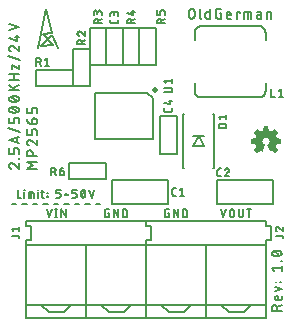
<source format=gbr>
G04 EAGLE Gerber RS-274X export*
G75*
%MOMM*%
%FSLAX34Y34*%
%LPD*%
%INSilkscreen Top*%
%IPPOS*%
%AMOC8*
5,1,8,0,0,1.08239X$1,22.5*%
G01*
%ADD10C,0.177800*%
%ADD11C,0.152400*%
%ADD12C,0.203200*%
%ADD13C,0.127000*%
%ADD14C,0.508000*%

G36*
X109214Y147187D02*
X109214Y147187D01*
X109284Y147193D01*
X109299Y147202D01*
X109316Y147205D01*
X109422Y147277D01*
X109432Y147283D01*
X109433Y147285D01*
X109434Y147286D01*
X111734Y149586D01*
X111742Y149599D01*
X111743Y149600D01*
X111745Y149602D01*
X111747Y149606D01*
X111766Y149622D01*
X111792Y149679D01*
X111825Y149733D01*
X111828Y149757D01*
X111838Y149780D01*
X111836Y149842D01*
X111842Y149905D01*
X111833Y149928D01*
X111832Y149953D01*
X111792Y150035D01*
X111780Y150066D01*
X111774Y150072D01*
X111769Y150081D01*
X109824Y152675D01*
X109834Y152686D01*
X109853Y152716D01*
X109905Y152784D01*
X110005Y152984D01*
X110009Y153000D01*
X110018Y153013D01*
X110044Y153147D01*
X110045Y153152D01*
X110045Y153153D01*
X110045Y153154D01*
X110045Y153164D01*
X110078Y153229D01*
X110134Y153286D01*
X110153Y153316D01*
X110205Y153384D01*
X110305Y153584D01*
X110309Y153600D01*
X110318Y153613D01*
X110344Y153747D01*
X110345Y153752D01*
X110345Y153753D01*
X110345Y153754D01*
X110345Y153764D01*
X110505Y154084D01*
X110509Y154100D01*
X110518Y154113D01*
X110544Y154247D01*
X110545Y154252D01*
X110545Y154253D01*
X110545Y154254D01*
X110545Y154264D01*
X110605Y154384D01*
X110609Y154400D01*
X110618Y154413D01*
X110644Y154547D01*
X110645Y154552D01*
X110645Y154553D01*
X110645Y154554D01*
X110645Y154564D01*
X110705Y154684D01*
X110709Y154700D01*
X110718Y154713D01*
X110738Y154816D01*
X114030Y155380D01*
X114048Y155387D01*
X114067Y155388D01*
X114127Y155421D01*
X114189Y155447D01*
X114202Y155462D01*
X114219Y155471D01*
X114258Y155527D01*
X114302Y155578D01*
X114307Y155597D01*
X114318Y155613D01*
X114340Y155724D01*
X114345Y155746D01*
X114344Y155750D01*
X114345Y155754D01*
X114345Y158954D01*
X114341Y158973D01*
X114343Y158994D01*
X114332Y159026D01*
X114331Y159033D01*
X114326Y159042D01*
X114321Y159057D01*
X114306Y159122D01*
X114293Y159138D01*
X114286Y159157D01*
X114238Y159204D01*
X114196Y159256D01*
X114177Y159264D01*
X114163Y159278D01*
X114061Y159316D01*
X114038Y159326D01*
X114033Y159326D01*
X114028Y159328D01*
X110745Y159875D01*
X110745Y159954D01*
X110728Y160028D01*
X110714Y160103D01*
X110708Y160113D01*
X110706Y160122D01*
X110683Y160150D01*
X110645Y160205D01*
X110645Y160254D01*
X110628Y160328D01*
X110614Y160403D01*
X110608Y160413D01*
X110606Y160422D01*
X110583Y160450D01*
X110534Y160522D01*
X110478Y160578D01*
X110445Y160643D01*
X110445Y160754D01*
X110428Y160828D01*
X110414Y160903D01*
X110408Y160913D01*
X110406Y160922D01*
X110383Y160950D01*
X110345Y161005D01*
X110345Y161054D01*
X110328Y161128D01*
X110314Y161203D01*
X110308Y161213D01*
X110306Y161222D01*
X110283Y161250D01*
X110234Y161322D01*
X110178Y161378D01*
X110105Y161523D01*
X110082Y161551D01*
X110045Y161605D01*
X110045Y161654D01*
X110028Y161728D01*
X110014Y161803D01*
X110008Y161813D01*
X110006Y161822D01*
X109983Y161850D01*
X109934Y161922D01*
X109878Y161978D01*
X109838Y162058D01*
X111773Y164731D01*
X111783Y164755D01*
X111800Y164774D01*
X111816Y164834D01*
X111840Y164891D01*
X111838Y164916D01*
X111845Y164941D01*
X111833Y165002D01*
X111829Y165064D01*
X111816Y165086D01*
X111811Y165111D01*
X111760Y165183D01*
X111742Y165213D01*
X111735Y165218D01*
X111728Y165228D01*
X109428Y167428D01*
X109417Y167434D01*
X109409Y167445D01*
X109343Y167478D01*
X109279Y167516D01*
X109266Y167517D01*
X109255Y167522D01*
X109181Y167523D01*
X109107Y167528D01*
X109095Y167523D01*
X109082Y167523D01*
X108951Y167466D01*
X106277Y165622D01*
X106136Y165693D01*
X106120Y165697D01*
X106107Y165706D01*
X105973Y165732D01*
X105967Y165733D01*
X105966Y165733D01*
X105956Y165733D01*
X105891Y165765D01*
X105834Y165822D01*
X105804Y165841D01*
X105736Y165893D01*
X105536Y165993D01*
X105520Y165997D01*
X105507Y166006D01*
X105373Y166032D01*
X105367Y166033D01*
X105366Y166033D01*
X105356Y166033D01*
X105291Y166065D01*
X105234Y166122D01*
X105169Y166162D01*
X105107Y166206D01*
X105095Y166208D01*
X105087Y166213D01*
X105052Y166216D01*
X104966Y166233D01*
X104856Y166233D01*
X104736Y166293D01*
X104720Y166297D01*
X104707Y166306D01*
X104573Y166332D01*
X104567Y166333D01*
X104566Y166333D01*
X104556Y166333D01*
X104436Y166393D01*
X104420Y166397D01*
X104407Y166406D01*
X104273Y166432D01*
X104267Y166433D01*
X104266Y166433D01*
X104256Y166433D01*
X104136Y166493D01*
X104120Y166497D01*
X104107Y166506D01*
X104090Y166509D01*
X103540Y169718D01*
X103532Y169736D01*
X103531Y169755D01*
X103499Y169814D01*
X103472Y169877D01*
X103458Y169890D01*
X103448Y169907D01*
X103393Y169946D01*
X103341Y169990D01*
X103322Y169995D01*
X103307Y170006D01*
X103196Y170027D01*
X103174Y170033D01*
X103170Y170032D01*
X103166Y170033D01*
X99966Y170033D01*
X99947Y170029D01*
X99928Y170031D01*
X99864Y170009D01*
X99798Y169993D01*
X99783Y169981D01*
X99764Y169975D01*
X99717Y169927D01*
X99664Y169883D01*
X99656Y169866D01*
X99643Y169852D01*
X99603Y169746D01*
X99594Y169725D01*
X99594Y169722D01*
X99592Y169718D01*
X99034Y166462D01*
X98976Y166433D01*
X98866Y166433D01*
X98792Y166416D01*
X98716Y166402D01*
X98707Y166396D01*
X98698Y166393D01*
X98670Y166371D01*
X98614Y166333D01*
X98566Y166333D01*
X98550Y166329D01*
X98534Y166332D01*
X98403Y166295D01*
X98398Y166293D01*
X98397Y166293D01*
X98396Y166293D01*
X98276Y166233D01*
X98266Y166233D01*
X98250Y166229D01*
X98234Y166232D01*
X98103Y166195D01*
X98098Y166193D01*
X98097Y166193D01*
X98096Y166193D01*
X97896Y166093D01*
X97869Y166070D01*
X97814Y166033D01*
X97766Y166033D01*
X97692Y166016D01*
X97616Y166002D01*
X97607Y165996D01*
X97598Y165993D01*
X97570Y165971D01*
X97498Y165922D01*
X97441Y165865D01*
X97296Y165793D01*
X97269Y165770D01*
X97214Y165733D01*
X97166Y165733D01*
X97092Y165716D01*
X97016Y165702D01*
X97007Y165696D01*
X96998Y165693D01*
X96970Y165671D01*
X96898Y165622D01*
X96880Y165604D01*
X94181Y167466D01*
X94165Y167472D01*
X94153Y167484D01*
X94086Y167503D01*
X94020Y167529D01*
X94003Y167528D01*
X93987Y167532D01*
X93918Y167520D01*
X93848Y167514D01*
X93833Y167505D01*
X93816Y167502D01*
X93710Y167430D01*
X93700Y167424D01*
X93699Y167423D01*
X93698Y167422D01*
X91498Y165222D01*
X91489Y165207D01*
X91475Y165197D01*
X91444Y165134D01*
X91407Y165075D01*
X91405Y165058D01*
X91397Y165043D01*
X91397Y164972D01*
X91390Y164903D01*
X91396Y164887D01*
X91396Y164869D01*
X91448Y164752D01*
X91452Y164741D01*
X91453Y164740D01*
X91454Y164738D01*
X93305Y162055D01*
X93303Y162040D01*
X93287Y161954D01*
X93287Y161904D01*
X93279Y161891D01*
X93227Y161823D01*
X93154Y161678D01*
X93098Y161622D01*
X93058Y161557D01*
X93014Y161494D01*
X93012Y161483D01*
X93007Y161475D01*
X93003Y161440D01*
X92987Y161354D01*
X92987Y161304D01*
X92979Y161291D01*
X92927Y161223D01*
X92827Y161023D01*
X92823Y161008D01*
X92814Y160994D01*
X92797Y160907D01*
X92794Y160899D01*
X92794Y160891D01*
X92788Y160860D01*
X92787Y160855D01*
X92787Y160854D01*
X92787Y160843D01*
X92627Y160523D01*
X92623Y160508D01*
X92614Y160494D01*
X92588Y160360D01*
X92587Y160355D01*
X92587Y160354D01*
X92587Y160343D01*
X92527Y160223D01*
X92523Y160208D01*
X92514Y160194D01*
X92505Y160149D01*
X92501Y160141D01*
X92502Y160131D01*
X92488Y160060D01*
X92487Y160055D01*
X92487Y160054D01*
X92487Y160043D01*
X92427Y159923D01*
X92423Y159908D01*
X92414Y159894D01*
X92411Y159878D01*
X89202Y159328D01*
X89184Y159320D01*
X89165Y159319D01*
X89105Y159287D01*
X89043Y159260D01*
X89030Y159245D01*
X89013Y159236D01*
X88974Y159181D01*
X88930Y159129D01*
X88925Y159110D01*
X88914Y159094D01*
X88898Y159013D01*
X88894Y159003D01*
X88894Y158992D01*
X88892Y158983D01*
X88887Y158961D01*
X88888Y158958D01*
X88887Y158954D01*
X88887Y155754D01*
X88891Y155735D01*
X88889Y155716D01*
X88911Y155651D01*
X88926Y155585D01*
X88939Y155570D01*
X88945Y155552D01*
X88993Y155504D01*
X89036Y155452D01*
X89054Y155444D01*
X89068Y155430D01*
X89174Y155390D01*
X89194Y155381D01*
X89198Y155381D01*
X89202Y155380D01*
X92458Y154822D01*
X92487Y154764D01*
X92487Y154654D01*
X92504Y154579D01*
X92518Y154504D01*
X92524Y154494D01*
X92526Y154485D01*
X92549Y154458D01*
X92587Y154402D01*
X92587Y154354D01*
X92600Y154298D01*
X92601Y154279D01*
X92606Y154269D01*
X92618Y154204D01*
X92624Y154194D01*
X92626Y154185D01*
X92649Y154158D01*
X92698Y154086D01*
X92754Y154029D01*
X92787Y153964D01*
X92787Y153854D01*
X92804Y153779D01*
X92818Y153704D01*
X92824Y153694D01*
X92826Y153685D01*
X92849Y153658D01*
X92887Y153602D01*
X92887Y153554D01*
X92904Y153479D01*
X92918Y153404D01*
X92924Y153394D01*
X92926Y153385D01*
X92949Y153358D01*
X92998Y153286D01*
X93054Y153229D01*
X93127Y153084D01*
X93150Y153056D01*
X93193Y152993D01*
X93195Y152989D01*
X93196Y152989D01*
X93198Y152986D01*
X93254Y152929D01*
X93287Y152864D01*
X93287Y152854D01*
X93290Y152838D01*
X93288Y152822D01*
X93300Y152780D01*
X93301Y152762D01*
X93310Y152745D01*
X93325Y152691D01*
X93325Y152689D01*
X91457Y150074D01*
X91451Y150059D01*
X91440Y150048D01*
X91419Y149980D01*
X91392Y149914D01*
X91393Y149898D01*
X91388Y149883D01*
X91399Y149813D01*
X91404Y149741D01*
X91412Y149728D01*
X91414Y149712D01*
X91489Y149596D01*
X91491Y149592D01*
X91492Y149592D01*
X93692Y147292D01*
X93710Y147280D01*
X93723Y147263D01*
X93782Y147233D01*
X93837Y147197D01*
X93858Y147195D01*
X93877Y147185D01*
X93943Y147185D01*
X94009Y147177D01*
X94029Y147184D01*
X94050Y147184D01*
X94145Y147226D01*
X94172Y147235D01*
X94175Y147239D01*
X94181Y147241D01*
X96902Y149118D01*
X96925Y149101D01*
X96937Y149099D01*
X96945Y149094D01*
X96980Y149091D01*
X96995Y149088D01*
X96998Y149086D01*
X97063Y149045D01*
X97125Y149001D01*
X97137Y148999D01*
X97145Y148994D01*
X97180Y148991D01*
X97195Y148988D01*
X97198Y148986D01*
X97263Y148945D01*
X97325Y148901D01*
X97337Y148899D01*
X97345Y148894D01*
X97380Y148891D01*
X97395Y148888D01*
X97398Y148886D01*
X97463Y148845D01*
X97525Y148801D01*
X97537Y148799D01*
X97545Y148794D01*
X97580Y148791D01*
X97595Y148788D01*
X97598Y148786D01*
X97663Y148745D01*
X97725Y148701D01*
X97737Y148699D01*
X97745Y148694D01*
X97780Y148691D01*
X97795Y148688D01*
X97798Y148686D01*
X97863Y148645D01*
X97925Y148601D01*
X97937Y148599D01*
X97945Y148594D01*
X97980Y148591D01*
X98066Y148574D01*
X98116Y148574D01*
X98137Y148561D01*
X98170Y148529D01*
X98209Y148516D01*
X98245Y148494D01*
X98290Y148490D01*
X98334Y148476D01*
X98376Y148482D01*
X98417Y148478D01*
X98460Y148494D01*
X98505Y148501D01*
X98540Y148525D01*
X98579Y148540D01*
X98610Y148573D01*
X98647Y148600D01*
X98673Y148642D01*
X98696Y148667D01*
X98703Y148692D01*
X98722Y148722D01*
X100722Y154122D01*
X100729Y154179D01*
X100745Y154234D01*
X100739Y154264D01*
X100743Y154294D01*
X100724Y154348D01*
X100714Y154405D01*
X100696Y154429D01*
X100686Y154457D01*
X100645Y154497D01*
X100611Y154543D01*
X100581Y154560D01*
X100562Y154578D01*
X100530Y154588D01*
X100486Y154613D01*
X100212Y154705D01*
X99891Y154865D01*
X99734Y155022D01*
X99704Y155041D01*
X99636Y155093D01*
X99491Y155165D01*
X99378Y155278D01*
X99305Y155423D01*
X99282Y155451D01*
X99234Y155522D01*
X99078Y155678D01*
X98917Y155999D01*
X98826Y156274D01*
X98814Y156293D01*
X98805Y156323D01*
X98645Y156643D01*
X98645Y156854D01*
X98637Y156889D01*
X98626Y156974D01*
X98545Y157215D01*
X98545Y157692D01*
X98910Y158786D01*
X99261Y159312D01*
X99408Y159459D01*
X99676Y159638D01*
X99698Y159661D01*
X99734Y159686D01*
X99908Y159859D01*
X100134Y160010D01*
X100386Y160094D01*
X100404Y160105D01*
X100418Y160108D01*
X100431Y160119D01*
X100476Y160138D01*
X100681Y160274D01*
X100866Y160274D01*
X100901Y160283D01*
X100958Y160286D01*
X101313Y160374D01*
X101904Y160374D01*
X102146Y160294D01*
X102182Y160291D01*
X102266Y160274D01*
X102451Y160274D01*
X102656Y160138D01*
X102691Y160125D01*
X102740Y160097D01*
X102742Y160096D01*
X102743Y160096D01*
X102746Y160094D01*
X102998Y160010D01*
X103525Y159659D01*
X103871Y159312D01*
X104222Y158786D01*
X104306Y158534D01*
X104326Y158502D01*
X104350Y158443D01*
X104487Y158239D01*
X104487Y158054D01*
X104495Y158019D01*
X104506Y157934D01*
X104587Y157692D01*
X104587Y156915D01*
X104506Y156674D01*
X104503Y156638D01*
X104487Y156554D01*
X104487Y156443D01*
X104427Y156323D01*
X104421Y156301D01*
X104406Y156274D01*
X104315Y155999D01*
X104254Y155878D01*
X104098Y155722D01*
X104079Y155691D01*
X104027Y155623D01*
X103954Y155478D01*
X103641Y155165D01*
X103496Y155093D01*
X103469Y155070D01*
X103398Y155022D01*
X103241Y154865D01*
X102696Y154593D01*
X102673Y154573D01*
X102644Y154561D01*
X102607Y154518D01*
X102563Y154482D01*
X102551Y154454D01*
X102531Y154431D01*
X102516Y154376D01*
X102493Y154324D01*
X102495Y154293D01*
X102487Y154263D01*
X102499Y154189D01*
X102501Y154151D01*
X102508Y154139D01*
X102510Y154122D01*
X104510Y148722D01*
X104522Y148705D01*
X104526Y148685D01*
X104569Y148634D01*
X104606Y148578D01*
X104624Y148567D01*
X104636Y148552D01*
X104698Y148525D01*
X104756Y148491D01*
X104776Y148490D01*
X104794Y148481D01*
X104861Y148484D01*
X104928Y148480D01*
X104947Y148487D01*
X104967Y148488D01*
X105026Y148520D01*
X105088Y148546D01*
X105101Y148562D01*
X105119Y148571D01*
X105132Y148590D01*
X105140Y148592D01*
X105216Y148605D01*
X105225Y148612D01*
X105234Y148614D01*
X105262Y148637D01*
X105334Y148686D01*
X105341Y148692D01*
X105416Y148705D01*
X105425Y148712D01*
X105434Y148714D01*
X105462Y148737D01*
X105534Y148786D01*
X105541Y148792D01*
X105616Y148805D01*
X105625Y148812D01*
X105634Y148814D01*
X105662Y148837D01*
X105718Y148874D01*
X105766Y148874D01*
X105840Y148892D01*
X105916Y148905D01*
X105925Y148912D01*
X105934Y148914D01*
X105962Y148937D01*
X106034Y148986D01*
X106041Y148992D01*
X106116Y149005D01*
X106125Y149012D01*
X106134Y149014D01*
X106162Y149037D01*
X106234Y149086D01*
X106252Y149103D01*
X108951Y147241D01*
X108967Y147235D01*
X108979Y147224D01*
X109047Y147204D01*
X109112Y147178D01*
X109129Y147180D01*
X109145Y147175D01*
X109214Y147187D01*
G37*
D10*
X-92329Y134142D02*
X-100711Y134142D01*
X-96054Y136936D01*
X-100711Y139730D01*
X-92329Y139730D01*
X-92329Y145186D02*
X-100711Y145186D01*
X-100711Y147515D01*
X-100709Y147610D01*
X-100703Y147705D01*
X-100694Y147799D01*
X-100680Y147893D01*
X-100663Y147987D01*
X-100642Y148079D01*
X-100617Y148171D01*
X-100588Y148261D01*
X-100556Y148351D01*
X-100520Y148439D01*
X-100480Y148525D01*
X-100438Y148610D01*
X-100391Y148693D01*
X-100341Y148774D01*
X-100288Y148852D01*
X-100232Y148929D01*
X-100173Y149003D01*
X-100111Y149075D01*
X-100046Y149144D01*
X-99978Y149211D01*
X-99908Y149274D01*
X-99834Y149335D01*
X-99759Y149393D01*
X-99681Y149447D01*
X-99601Y149499D01*
X-99519Y149547D01*
X-99436Y149591D01*
X-99350Y149633D01*
X-99263Y149670D01*
X-99174Y149704D01*
X-99084Y149735D01*
X-98993Y149762D01*
X-98901Y149785D01*
X-98808Y149804D01*
X-98714Y149819D01*
X-98620Y149831D01*
X-98525Y149839D01*
X-98430Y149843D01*
X-98336Y149843D01*
X-98241Y149839D01*
X-98146Y149831D01*
X-98052Y149819D01*
X-97958Y149804D01*
X-97865Y149785D01*
X-97773Y149762D01*
X-97682Y149735D01*
X-97592Y149704D01*
X-97503Y149670D01*
X-97416Y149633D01*
X-97330Y149591D01*
X-97247Y149547D01*
X-97165Y149499D01*
X-97085Y149447D01*
X-97007Y149393D01*
X-96932Y149335D01*
X-96858Y149274D01*
X-96788Y149211D01*
X-96720Y149144D01*
X-96655Y149075D01*
X-96593Y149003D01*
X-96534Y148929D01*
X-96478Y148852D01*
X-96425Y148774D01*
X-96375Y148693D01*
X-96328Y148610D01*
X-96286Y148525D01*
X-96246Y148439D01*
X-96210Y148351D01*
X-96178Y148261D01*
X-96149Y148171D01*
X-96124Y148079D01*
X-96103Y147987D01*
X-96086Y147893D01*
X-96072Y147799D01*
X-96063Y147705D01*
X-96057Y147610D01*
X-96055Y147515D01*
X-96054Y147515D02*
X-96054Y145186D01*
X-100712Y156371D02*
X-100710Y156460D01*
X-100704Y156549D01*
X-100695Y156637D01*
X-100682Y156725D01*
X-100665Y156813D01*
X-100644Y156899D01*
X-100620Y156985D01*
X-100592Y157069D01*
X-100561Y157153D01*
X-100526Y157234D01*
X-100488Y157315D01*
X-100446Y157393D01*
X-100401Y157470D01*
X-100353Y157545D01*
X-100301Y157617D01*
X-100247Y157688D01*
X-100189Y157756D01*
X-100129Y157821D01*
X-100066Y157884D01*
X-100001Y157944D01*
X-99933Y158002D01*
X-99862Y158056D01*
X-99790Y158108D01*
X-99715Y158156D01*
X-99638Y158201D01*
X-99560Y158243D01*
X-99479Y158281D01*
X-99398Y158316D01*
X-99314Y158347D01*
X-99230Y158375D01*
X-99144Y158399D01*
X-99058Y158420D01*
X-98970Y158437D01*
X-98882Y158450D01*
X-98794Y158459D01*
X-98705Y158465D01*
X-98616Y158467D01*
X-100711Y156371D02*
X-100709Y156268D01*
X-100703Y156166D01*
X-100693Y156064D01*
X-100680Y155962D01*
X-100662Y155861D01*
X-100641Y155761D01*
X-100616Y155661D01*
X-100587Y155563D01*
X-100554Y155466D01*
X-100518Y155370D01*
X-100478Y155275D01*
X-100434Y155182D01*
X-100387Y155091D01*
X-100337Y155002D01*
X-100283Y154915D01*
X-100226Y154829D01*
X-100166Y154746D01*
X-100102Y154666D01*
X-100036Y154588D01*
X-99966Y154512D01*
X-99894Y154439D01*
X-99819Y154369D01*
X-99741Y154302D01*
X-99661Y154238D01*
X-99579Y154177D01*
X-99494Y154119D01*
X-99407Y154065D01*
X-99318Y154013D01*
X-99228Y153966D01*
X-99135Y153921D01*
X-99041Y153881D01*
X-98945Y153843D01*
X-98848Y153810D01*
X-96986Y157768D02*
X-97050Y157833D01*
X-97117Y157895D01*
X-97186Y157955D01*
X-97258Y158011D01*
X-97331Y158064D01*
X-97407Y158115D01*
X-97485Y158162D01*
X-97565Y158206D01*
X-97646Y158247D01*
X-97729Y158285D01*
X-97814Y158319D01*
X-97900Y158350D01*
X-97987Y158377D01*
X-98075Y158401D01*
X-98163Y158421D01*
X-98253Y158438D01*
X-98343Y158450D01*
X-98434Y158460D01*
X-98525Y158465D01*
X-98616Y158467D01*
X-96986Y157768D02*
X-92329Y153810D01*
X-92329Y158466D01*
X-92329Y162954D02*
X-92329Y165748D01*
X-92331Y165832D01*
X-92337Y165915D01*
X-92346Y165998D01*
X-92359Y166081D01*
X-92376Y166163D01*
X-92396Y166244D01*
X-92420Y166324D01*
X-92448Y166403D01*
X-92479Y166480D01*
X-92513Y166556D01*
X-92551Y166631D01*
X-92593Y166704D01*
X-92637Y166774D01*
X-92685Y166843D01*
X-92735Y166910D01*
X-92789Y166974D01*
X-92845Y167035D01*
X-92905Y167095D01*
X-92966Y167151D01*
X-93030Y167205D01*
X-93097Y167255D01*
X-93166Y167303D01*
X-93236Y167347D01*
X-93309Y167389D01*
X-93384Y167427D01*
X-93460Y167461D01*
X-93537Y167492D01*
X-93616Y167520D01*
X-93696Y167544D01*
X-93777Y167564D01*
X-93859Y167581D01*
X-93942Y167594D01*
X-94025Y167604D01*
X-94108Y167609D01*
X-94192Y167611D01*
X-94192Y167610D02*
X-95123Y167610D01*
X-95123Y167611D02*
X-95207Y167609D01*
X-95290Y167604D01*
X-95373Y167594D01*
X-95456Y167581D01*
X-95538Y167564D01*
X-95619Y167544D01*
X-95699Y167520D01*
X-95778Y167492D01*
X-95855Y167461D01*
X-95931Y167427D01*
X-96006Y167389D01*
X-96079Y167347D01*
X-96149Y167303D01*
X-96218Y167255D01*
X-96285Y167205D01*
X-96349Y167151D01*
X-96410Y167095D01*
X-96470Y167035D01*
X-96526Y166974D01*
X-96580Y166910D01*
X-96630Y166843D01*
X-96678Y166774D01*
X-96722Y166704D01*
X-96764Y166631D01*
X-96802Y166556D01*
X-96836Y166480D01*
X-96867Y166403D01*
X-96895Y166324D01*
X-96919Y166244D01*
X-96939Y166163D01*
X-96956Y166081D01*
X-96969Y165998D01*
X-96979Y165915D01*
X-96984Y165832D01*
X-96986Y165748D01*
X-96986Y162954D01*
X-100711Y162954D01*
X-100711Y167610D01*
X-96986Y172098D02*
X-96986Y174892D01*
X-96984Y174976D01*
X-96979Y175059D01*
X-96969Y175142D01*
X-96956Y175225D01*
X-96939Y175307D01*
X-96919Y175388D01*
X-96895Y175468D01*
X-96867Y175547D01*
X-96836Y175624D01*
X-96802Y175700D01*
X-96764Y175775D01*
X-96722Y175848D01*
X-96678Y175918D01*
X-96630Y175987D01*
X-96580Y176054D01*
X-96526Y176118D01*
X-96470Y176179D01*
X-96410Y176239D01*
X-96349Y176295D01*
X-96285Y176349D01*
X-96218Y176399D01*
X-96149Y176447D01*
X-96079Y176491D01*
X-96006Y176533D01*
X-95931Y176571D01*
X-95855Y176605D01*
X-95778Y176636D01*
X-95699Y176664D01*
X-95619Y176688D01*
X-95538Y176708D01*
X-95456Y176725D01*
X-95373Y176738D01*
X-95290Y176748D01*
X-95207Y176753D01*
X-95123Y176755D01*
X-95123Y176754D02*
X-94657Y176754D01*
X-94562Y176752D01*
X-94467Y176746D01*
X-94373Y176737D01*
X-94279Y176723D01*
X-94185Y176706D01*
X-94093Y176685D01*
X-94001Y176660D01*
X-93911Y176631D01*
X-93821Y176599D01*
X-93733Y176563D01*
X-93647Y176523D01*
X-93562Y176481D01*
X-93479Y176434D01*
X-93398Y176384D01*
X-93320Y176331D01*
X-93243Y176275D01*
X-93169Y176216D01*
X-93097Y176154D01*
X-93028Y176089D01*
X-92961Y176021D01*
X-92898Y175951D01*
X-92837Y175877D01*
X-92779Y175802D01*
X-92725Y175724D01*
X-92673Y175644D01*
X-92625Y175562D01*
X-92581Y175479D01*
X-92539Y175393D01*
X-92502Y175306D01*
X-92468Y175217D01*
X-92437Y175127D01*
X-92410Y175036D01*
X-92387Y174944D01*
X-92368Y174851D01*
X-92353Y174757D01*
X-92341Y174663D01*
X-92333Y174568D01*
X-92329Y174473D01*
X-92329Y174379D01*
X-92333Y174284D01*
X-92341Y174189D01*
X-92353Y174095D01*
X-92368Y174001D01*
X-92387Y173908D01*
X-92410Y173816D01*
X-92437Y173725D01*
X-92468Y173635D01*
X-92502Y173546D01*
X-92539Y173459D01*
X-92581Y173373D01*
X-92625Y173290D01*
X-92673Y173208D01*
X-92725Y173128D01*
X-92779Y173050D01*
X-92837Y172975D01*
X-92898Y172901D01*
X-92961Y172831D01*
X-93028Y172763D01*
X-93097Y172698D01*
X-93169Y172636D01*
X-93243Y172577D01*
X-93320Y172521D01*
X-93398Y172468D01*
X-93479Y172418D01*
X-93562Y172371D01*
X-93647Y172329D01*
X-93733Y172289D01*
X-93821Y172253D01*
X-93911Y172221D01*
X-94001Y172192D01*
X-94093Y172167D01*
X-94185Y172146D01*
X-94279Y172129D01*
X-94373Y172115D01*
X-94467Y172106D01*
X-94562Y172100D01*
X-94657Y172098D01*
X-96986Y172098D01*
X-97108Y172100D01*
X-97230Y172106D01*
X-97351Y172116D01*
X-97472Y172130D01*
X-97593Y172148D01*
X-97713Y172170D01*
X-97832Y172195D01*
X-97950Y172225D01*
X-98067Y172258D01*
X-98183Y172296D01*
X-98298Y172337D01*
X-98411Y172382D01*
X-98523Y172430D01*
X-98634Y172482D01*
X-98742Y172538D01*
X-98848Y172597D01*
X-98953Y172660D01*
X-99055Y172726D01*
X-99156Y172795D01*
X-99254Y172868D01*
X-99349Y172944D01*
X-99442Y173022D01*
X-99532Y173104D01*
X-99620Y173189D01*
X-99705Y173277D01*
X-99787Y173367D01*
X-99865Y173460D01*
X-99941Y173555D01*
X-100014Y173653D01*
X-100083Y173753D01*
X-100149Y173856D01*
X-100212Y173960D01*
X-100271Y174067D01*
X-100327Y174175D01*
X-100379Y174286D01*
X-100427Y174397D01*
X-100472Y174511D01*
X-100513Y174626D01*
X-100551Y174742D01*
X-100584Y174859D01*
X-100614Y174977D01*
X-100639Y175096D01*
X-100661Y175216D01*
X-100679Y175337D01*
X-100693Y175458D01*
X-100703Y175579D01*
X-100709Y175701D01*
X-100711Y175823D01*
X-92329Y181242D02*
X-92329Y184036D01*
X-92331Y184120D01*
X-92337Y184203D01*
X-92346Y184286D01*
X-92359Y184369D01*
X-92376Y184451D01*
X-92396Y184532D01*
X-92420Y184612D01*
X-92448Y184691D01*
X-92479Y184768D01*
X-92513Y184844D01*
X-92551Y184919D01*
X-92593Y184992D01*
X-92637Y185062D01*
X-92685Y185131D01*
X-92735Y185198D01*
X-92789Y185262D01*
X-92845Y185323D01*
X-92905Y185383D01*
X-92966Y185439D01*
X-93030Y185493D01*
X-93097Y185543D01*
X-93166Y185591D01*
X-93236Y185635D01*
X-93309Y185677D01*
X-93384Y185715D01*
X-93460Y185749D01*
X-93537Y185780D01*
X-93616Y185808D01*
X-93696Y185832D01*
X-93777Y185852D01*
X-93859Y185869D01*
X-93942Y185882D01*
X-94025Y185892D01*
X-94108Y185897D01*
X-94192Y185899D01*
X-94192Y185898D02*
X-95123Y185898D01*
X-95123Y185899D02*
X-95207Y185897D01*
X-95290Y185892D01*
X-95373Y185882D01*
X-95456Y185869D01*
X-95538Y185852D01*
X-95619Y185832D01*
X-95699Y185808D01*
X-95778Y185780D01*
X-95855Y185749D01*
X-95931Y185715D01*
X-96006Y185677D01*
X-96079Y185635D01*
X-96149Y185591D01*
X-96218Y185543D01*
X-96285Y185493D01*
X-96349Y185439D01*
X-96410Y185383D01*
X-96470Y185323D01*
X-96526Y185262D01*
X-96580Y185198D01*
X-96630Y185131D01*
X-96678Y185062D01*
X-96722Y184992D01*
X-96764Y184919D01*
X-96802Y184844D01*
X-96836Y184768D01*
X-96867Y184691D01*
X-96895Y184612D01*
X-96919Y184532D01*
X-96939Y184451D01*
X-96956Y184369D01*
X-96969Y184286D01*
X-96979Y184203D01*
X-96984Y184120D01*
X-96986Y184036D01*
X-96986Y181242D01*
X-100711Y181242D01*
X-100711Y185898D01*
D11*
X-113919Y138913D02*
X-114011Y138911D01*
X-114102Y138905D01*
X-114193Y138896D01*
X-114284Y138882D01*
X-114374Y138865D01*
X-114463Y138843D01*
X-114551Y138818D01*
X-114638Y138790D01*
X-114724Y138757D01*
X-114808Y138721D01*
X-114891Y138682D01*
X-114972Y138639D01*
X-115051Y138592D01*
X-115128Y138543D01*
X-115203Y138490D01*
X-115275Y138434D01*
X-115345Y138375D01*
X-115413Y138313D01*
X-115478Y138248D01*
X-115540Y138180D01*
X-115599Y138110D01*
X-115655Y138038D01*
X-115708Y137963D01*
X-115757Y137886D01*
X-115804Y137807D01*
X-115847Y137726D01*
X-115886Y137643D01*
X-115922Y137559D01*
X-115955Y137473D01*
X-115983Y137386D01*
X-116008Y137298D01*
X-116030Y137209D01*
X-116047Y137119D01*
X-116061Y137028D01*
X-116070Y136937D01*
X-116076Y136846D01*
X-116078Y136754D01*
X-116076Y136651D01*
X-116070Y136549D01*
X-116061Y136447D01*
X-116048Y136345D01*
X-116031Y136244D01*
X-116010Y136143D01*
X-115986Y136044D01*
X-115957Y135945D01*
X-115926Y135848D01*
X-115890Y135751D01*
X-115852Y135656D01*
X-115809Y135563D01*
X-115763Y135471D01*
X-115714Y135381D01*
X-115662Y135293D01*
X-115606Y135206D01*
X-115547Y135122D01*
X-115486Y135041D01*
X-115421Y134961D01*
X-115353Y134884D01*
X-115282Y134809D01*
X-115209Y134738D01*
X-115133Y134669D01*
X-115055Y134602D01*
X-114974Y134539D01*
X-114891Y134479D01*
X-114806Y134422D01*
X-114719Y134368D01*
X-114629Y134317D01*
X-114538Y134270D01*
X-114446Y134226D01*
X-114351Y134185D01*
X-114256Y134148D01*
X-114159Y134115D01*
X-112240Y138193D02*
X-112306Y138260D01*
X-112375Y138324D01*
X-112446Y138385D01*
X-112520Y138443D01*
X-112596Y138498D01*
X-112674Y138550D01*
X-112754Y138599D01*
X-112836Y138645D01*
X-112920Y138687D01*
X-113006Y138726D01*
X-113093Y138761D01*
X-113181Y138792D01*
X-113271Y138820D01*
X-113361Y138845D01*
X-113453Y138866D01*
X-113545Y138883D01*
X-113638Y138896D01*
X-113731Y138905D01*
X-113825Y138911D01*
X-113919Y138913D01*
X-112240Y138193D02*
X-107442Y134115D01*
X-107442Y138913D01*
X-107442Y142675D02*
X-107922Y142675D01*
X-107922Y143155D01*
X-107442Y143155D01*
X-107442Y142675D01*
X-107442Y146917D02*
X-107442Y149795D01*
X-107444Y149881D01*
X-107450Y149967D01*
X-107459Y150053D01*
X-107473Y150138D01*
X-107490Y150222D01*
X-107511Y150306D01*
X-107536Y150388D01*
X-107564Y150469D01*
X-107596Y150549D01*
X-107632Y150628D01*
X-107671Y150704D01*
X-107714Y150779D01*
X-107759Y150852D01*
X-107809Y150923D01*
X-107861Y150991D01*
X-107916Y151058D01*
X-107974Y151121D01*
X-108035Y151182D01*
X-108098Y151240D01*
X-108165Y151295D01*
X-108233Y151348D01*
X-108304Y151397D01*
X-108377Y151442D01*
X-108452Y151485D01*
X-108528Y151524D01*
X-108607Y151560D01*
X-108687Y151592D01*
X-108768Y151620D01*
X-108851Y151645D01*
X-108934Y151666D01*
X-109018Y151683D01*
X-109103Y151697D01*
X-109189Y151706D01*
X-109275Y151712D01*
X-109361Y151714D01*
X-110321Y151714D01*
X-110407Y151712D01*
X-110493Y151706D01*
X-110579Y151697D01*
X-110664Y151683D01*
X-110748Y151666D01*
X-110832Y151645D01*
X-110914Y151620D01*
X-110995Y151592D01*
X-111075Y151560D01*
X-111154Y151524D01*
X-111230Y151485D01*
X-111305Y151442D01*
X-111378Y151397D01*
X-111449Y151348D01*
X-111517Y151295D01*
X-111584Y151240D01*
X-111647Y151182D01*
X-111708Y151121D01*
X-111766Y151058D01*
X-111821Y150991D01*
X-111874Y150923D01*
X-111923Y150852D01*
X-111968Y150779D01*
X-112011Y150704D01*
X-112050Y150628D01*
X-112086Y150549D01*
X-112118Y150469D01*
X-112146Y150388D01*
X-112171Y150306D01*
X-112192Y150222D01*
X-112209Y150138D01*
X-112223Y150053D01*
X-112232Y149967D01*
X-112238Y149881D01*
X-112240Y149795D01*
X-112240Y146917D01*
X-116078Y146917D01*
X-116078Y151714D01*
X-116078Y158459D02*
X-107442Y155581D01*
X-107442Y161338D02*
X-116078Y158459D01*
X-109601Y160618D02*
X-109601Y156300D01*
X-106482Y164770D02*
X-117038Y168608D01*
X-107442Y172520D02*
X-107442Y175398D01*
X-107444Y175484D01*
X-107450Y175570D01*
X-107459Y175656D01*
X-107473Y175741D01*
X-107490Y175825D01*
X-107511Y175909D01*
X-107536Y175991D01*
X-107564Y176072D01*
X-107596Y176152D01*
X-107632Y176231D01*
X-107671Y176307D01*
X-107714Y176382D01*
X-107759Y176455D01*
X-107809Y176526D01*
X-107861Y176594D01*
X-107916Y176661D01*
X-107974Y176724D01*
X-108035Y176785D01*
X-108098Y176843D01*
X-108165Y176898D01*
X-108233Y176951D01*
X-108304Y177000D01*
X-108377Y177045D01*
X-108452Y177088D01*
X-108528Y177127D01*
X-108607Y177163D01*
X-108687Y177195D01*
X-108768Y177223D01*
X-108851Y177248D01*
X-108934Y177269D01*
X-109018Y177286D01*
X-109103Y177300D01*
X-109189Y177309D01*
X-109275Y177315D01*
X-109361Y177317D01*
X-110321Y177317D01*
X-110407Y177315D01*
X-110493Y177309D01*
X-110579Y177300D01*
X-110664Y177286D01*
X-110748Y177269D01*
X-110832Y177248D01*
X-110914Y177223D01*
X-110995Y177195D01*
X-111075Y177163D01*
X-111154Y177127D01*
X-111230Y177088D01*
X-111305Y177045D01*
X-111378Y177000D01*
X-111449Y176951D01*
X-111517Y176898D01*
X-111584Y176843D01*
X-111647Y176785D01*
X-111708Y176724D01*
X-111766Y176661D01*
X-111821Y176594D01*
X-111874Y176526D01*
X-111923Y176455D01*
X-111968Y176382D01*
X-112011Y176307D01*
X-112050Y176231D01*
X-112086Y176152D01*
X-112118Y176072D01*
X-112146Y175991D01*
X-112171Y175909D01*
X-112192Y175825D01*
X-112209Y175741D01*
X-112223Y175656D01*
X-112232Y175570D01*
X-112238Y175484D01*
X-112240Y175398D01*
X-112240Y172520D01*
X-116078Y172520D01*
X-116078Y177317D01*
X-114879Y182383D02*
X-114725Y182310D01*
X-114570Y182241D01*
X-114413Y182176D01*
X-114255Y182114D01*
X-114095Y182057D01*
X-113934Y182003D01*
X-113771Y181953D01*
X-113608Y181907D01*
X-113443Y181865D01*
X-113277Y181827D01*
X-113111Y181792D01*
X-112944Y181762D01*
X-112776Y181736D01*
X-112608Y181714D01*
X-112439Y181695D01*
X-112269Y181681D01*
X-112100Y181671D01*
X-111930Y181665D01*
X-111760Y181663D01*
X-114879Y182384D02*
X-114955Y182412D01*
X-115030Y182444D01*
X-115104Y182479D01*
X-115176Y182517D01*
X-115246Y182559D01*
X-115314Y182604D01*
X-115380Y182652D01*
X-115444Y182703D01*
X-115505Y182757D01*
X-115564Y182813D01*
X-115620Y182873D01*
X-115673Y182934D01*
X-115723Y182998D01*
X-115771Y183065D01*
X-115815Y183133D01*
X-115856Y183204D01*
X-115894Y183276D01*
X-115928Y183350D01*
X-115959Y183425D01*
X-115987Y183502D01*
X-116011Y183580D01*
X-116031Y183659D01*
X-116048Y183739D01*
X-116061Y183819D01*
X-116071Y183900D01*
X-116076Y183981D01*
X-116078Y184063D01*
X-116076Y184145D01*
X-116071Y184226D01*
X-116061Y184307D01*
X-116048Y184387D01*
X-116031Y184467D01*
X-116011Y184546D01*
X-115987Y184624D01*
X-115959Y184701D01*
X-115928Y184776D01*
X-115894Y184850D01*
X-115856Y184922D01*
X-115815Y184993D01*
X-115771Y185061D01*
X-115723Y185128D01*
X-115673Y185192D01*
X-115620Y185253D01*
X-115564Y185313D01*
X-115505Y185369D01*
X-115444Y185423D01*
X-115380Y185474D01*
X-115314Y185522D01*
X-115246Y185567D01*
X-115176Y185609D01*
X-115104Y185647D01*
X-115030Y185682D01*
X-114955Y185714D01*
X-114879Y185742D01*
X-114725Y185815D01*
X-114570Y185884D01*
X-114413Y185949D01*
X-114255Y186011D01*
X-114095Y186068D01*
X-113934Y186122D01*
X-113771Y186172D01*
X-113608Y186218D01*
X-113443Y186260D01*
X-113277Y186298D01*
X-113111Y186333D01*
X-112944Y186363D01*
X-112776Y186389D01*
X-112608Y186411D01*
X-112439Y186430D01*
X-112269Y186444D01*
X-112100Y186454D01*
X-111930Y186460D01*
X-111760Y186462D01*
X-111760Y181663D02*
X-111590Y181665D01*
X-111420Y181671D01*
X-111251Y181681D01*
X-111081Y181695D01*
X-110912Y181714D01*
X-110744Y181736D01*
X-110576Y181762D01*
X-110409Y181792D01*
X-110243Y181827D01*
X-110077Y181865D01*
X-109912Y181907D01*
X-109749Y181953D01*
X-109587Y182003D01*
X-109425Y182057D01*
X-109266Y182114D01*
X-109107Y182176D01*
X-108950Y182241D01*
X-108795Y182310D01*
X-108641Y182383D01*
X-108641Y182384D02*
X-108565Y182412D01*
X-108490Y182444D01*
X-108416Y182479D01*
X-108344Y182517D01*
X-108274Y182559D01*
X-108206Y182604D01*
X-108140Y182652D01*
X-108076Y182703D01*
X-108015Y182757D01*
X-107956Y182813D01*
X-107900Y182873D01*
X-107847Y182934D01*
X-107797Y182998D01*
X-107749Y183065D01*
X-107705Y183133D01*
X-107664Y183204D01*
X-107626Y183276D01*
X-107592Y183350D01*
X-107561Y183425D01*
X-107533Y183502D01*
X-107509Y183580D01*
X-107489Y183659D01*
X-107472Y183739D01*
X-107459Y183819D01*
X-107449Y183900D01*
X-107444Y183981D01*
X-107442Y184063D01*
X-108641Y185742D02*
X-108795Y185815D01*
X-108950Y185884D01*
X-109107Y185949D01*
X-109266Y186011D01*
X-109425Y186068D01*
X-109587Y186122D01*
X-109749Y186172D01*
X-109912Y186218D01*
X-110077Y186260D01*
X-110243Y186298D01*
X-110409Y186333D01*
X-110576Y186363D01*
X-110744Y186389D01*
X-110912Y186411D01*
X-111081Y186430D01*
X-111251Y186444D01*
X-111420Y186454D01*
X-111590Y186460D01*
X-111760Y186462D01*
X-108641Y185742D02*
X-108565Y185714D01*
X-108490Y185682D01*
X-108416Y185647D01*
X-108344Y185609D01*
X-108274Y185567D01*
X-108206Y185522D01*
X-108140Y185474D01*
X-108076Y185423D01*
X-108015Y185369D01*
X-107956Y185313D01*
X-107900Y185253D01*
X-107847Y185192D01*
X-107797Y185128D01*
X-107749Y185061D01*
X-107705Y184993D01*
X-107664Y184922D01*
X-107626Y184850D01*
X-107592Y184776D01*
X-107561Y184701D01*
X-107533Y184624D01*
X-107509Y184546D01*
X-107489Y184467D01*
X-107472Y184387D01*
X-107459Y184307D01*
X-107449Y184226D01*
X-107444Y184145D01*
X-107442Y184063D01*
X-109361Y182143D02*
X-114159Y185982D01*
X-111760Y190807D02*
X-111930Y190809D01*
X-112100Y190815D01*
X-112269Y190825D01*
X-112439Y190839D01*
X-112608Y190858D01*
X-112776Y190880D01*
X-112944Y190906D01*
X-113111Y190936D01*
X-113277Y190971D01*
X-113443Y191009D01*
X-113608Y191051D01*
X-113771Y191097D01*
X-113934Y191147D01*
X-114095Y191201D01*
X-114255Y191258D01*
X-114413Y191320D01*
X-114570Y191385D01*
X-114725Y191454D01*
X-114879Y191527D01*
X-114879Y191528D02*
X-114955Y191556D01*
X-115030Y191588D01*
X-115104Y191623D01*
X-115176Y191661D01*
X-115246Y191703D01*
X-115314Y191748D01*
X-115380Y191796D01*
X-115444Y191847D01*
X-115505Y191901D01*
X-115564Y191957D01*
X-115620Y192017D01*
X-115673Y192078D01*
X-115723Y192142D01*
X-115771Y192209D01*
X-115815Y192277D01*
X-115856Y192348D01*
X-115894Y192420D01*
X-115928Y192494D01*
X-115959Y192569D01*
X-115987Y192646D01*
X-116011Y192724D01*
X-116031Y192803D01*
X-116048Y192883D01*
X-116061Y192963D01*
X-116071Y193044D01*
X-116076Y193125D01*
X-116078Y193207D01*
X-116076Y193289D01*
X-116071Y193370D01*
X-116061Y193451D01*
X-116048Y193531D01*
X-116031Y193611D01*
X-116011Y193690D01*
X-115987Y193768D01*
X-115959Y193845D01*
X-115928Y193920D01*
X-115894Y193994D01*
X-115856Y194066D01*
X-115815Y194137D01*
X-115771Y194205D01*
X-115723Y194272D01*
X-115673Y194336D01*
X-115620Y194397D01*
X-115564Y194457D01*
X-115505Y194513D01*
X-115444Y194567D01*
X-115380Y194618D01*
X-115314Y194666D01*
X-115246Y194711D01*
X-115176Y194753D01*
X-115104Y194791D01*
X-115030Y194826D01*
X-114955Y194858D01*
X-114879Y194886D01*
X-114725Y194959D01*
X-114570Y195028D01*
X-114413Y195093D01*
X-114255Y195155D01*
X-114095Y195212D01*
X-113934Y195266D01*
X-113771Y195316D01*
X-113608Y195362D01*
X-113443Y195404D01*
X-113277Y195442D01*
X-113111Y195477D01*
X-112944Y195507D01*
X-112776Y195533D01*
X-112608Y195555D01*
X-112439Y195574D01*
X-112269Y195588D01*
X-112100Y195598D01*
X-111930Y195604D01*
X-111760Y195606D01*
X-111760Y190807D02*
X-111590Y190809D01*
X-111420Y190815D01*
X-111251Y190825D01*
X-111081Y190839D01*
X-110912Y190858D01*
X-110744Y190880D01*
X-110576Y190906D01*
X-110409Y190936D01*
X-110243Y190971D01*
X-110077Y191009D01*
X-109912Y191051D01*
X-109749Y191097D01*
X-109587Y191147D01*
X-109425Y191201D01*
X-109266Y191258D01*
X-109107Y191320D01*
X-108950Y191385D01*
X-108795Y191454D01*
X-108641Y191527D01*
X-108641Y191528D02*
X-108565Y191556D01*
X-108490Y191588D01*
X-108416Y191623D01*
X-108344Y191661D01*
X-108274Y191703D01*
X-108206Y191748D01*
X-108140Y191796D01*
X-108076Y191847D01*
X-108015Y191901D01*
X-107956Y191957D01*
X-107900Y192017D01*
X-107847Y192078D01*
X-107797Y192142D01*
X-107749Y192209D01*
X-107705Y192277D01*
X-107664Y192348D01*
X-107626Y192420D01*
X-107592Y192494D01*
X-107561Y192569D01*
X-107533Y192646D01*
X-107509Y192724D01*
X-107489Y192803D01*
X-107472Y192883D01*
X-107459Y192963D01*
X-107449Y193044D01*
X-107444Y193125D01*
X-107442Y193207D01*
X-108641Y194886D02*
X-108795Y194959D01*
X-108950Y195028D01*
X-109107Y195093D01*
X-109266Y195155D01*
X-109425Y195212D01*
X-109587Y195266D01*
X-109749Y195316D01*
X-109912Y195362D01*
X-110077Y195404D01*
X-110243Y195442D01*
X-110409Y195477D01*
X-110576Y195507D01*
X-110744Y195533D01*
X-110912Y195555D01*
X-111081Y195574D01*
X-111251Y195588D01*
X-111420Y195598D01*
X-111590Y195604D01*
X-111760Y195606D01*
X-108641Y194886D02*
X-108565Y194858D01*
X-108490Y194826D01*
X-108416Y194791D01*
X-108344Y194753D01*
X-108274Y194711D01*
X-108206Y194666D01*
X-108140Y194618D01*
X-108076Y194567D01*
X-108015Y194513D01*
X-107956Y194457D01*
X-107900Y194397D01*
X-107847Y194336D01*
X-107797Y194272D01*
X-107749Y194205D01*
X-107705Y194137D01*
X-107664Y194066D01*
X-107626Y193994D01*
X-107592Y193920D01*
X-107561Y193845D01*
X-107533Y193768D01*
X-107509Y193690D01*
X-107489Y193611D01*
X-107472Y193531D01*
X-107459Y193451D01*
X-107449Y193370D01*
X-107444Y193289D01*
X-107442Y193207D01*
X-109361Y191287D02*
X-114159Y195126D01*
X-116078Y200451D02*
X-107442Y200451D01*
X-110800Y200451D02*
X-116078Y205249D01*
X-112720Y202370D02*
X-107442Y205249D01*
X-107442Y209400D02*
X-116078Y209400D01*
X-112240Y209400D02*
X-112240Y214198D01*
X-116078Y214198D02*
X-107442Y214198D01*
X-113199Y218415D02*
X-113199Y222253D01*
X-107442Y218415D01*
X-107442Y222253D01*
X-106482Y225730D02*
X-117038Y229568D01*
X-116078Y236118D02*
X-116076Y236210D01*
X-116070Y236301D01*
X-116061Y236392D01*
X-116047Y236483D01*
X-116030Y236573D01*
X-116008Y236662D01*
X-115983Y236750D01*
X-115955Y236837D01*
X-115922Y236923D01*
X-115886Y237007D01*
X-115847Y237090D01*
X-115804Y237171D01*
X-115757Y237250D01*
X-115708Y237327D01*
X-115655Y237402D01*
X-115599Y237474D01*
X-115540Y237544D01*
X-115478Y237612D01*
X-115413Y237677D01*
X-115345Y237739D01*
X-115275Y237798D01*
X-115203Y237854D01*
X-115128Y237907D01*
X-115051Y237956D01*
X-114972Y238003D01*
X-114891Y238046D01*
X-114808Y238085D01*
X-114724Y238121D01*
X-114638Y238154D01*
X-114551Y238182D01*
X-114463Y238207D01*
X-114374Y238229D01*
X-114284Y238246D01*
X-114193Y238260D01*
X-114102Y238269D01*
X-114011Y238275D01*
X-113919Y238277D01*
X-116078Y236118D02*
X-116076Y236015D01*
X-116070Y235913D01*
X-116061Y235811D01*
X-116048Y235709D01*
X-116031Y235608D01*
X-116010Y235507D01*
X-115986Y235408D01*
X-115957Y235309D01*
X-115926Y235212D01*
X-115890Y235115D01*
X-115852Y235020D01*
X-115809Y234927D01*
X-115763Y234835D01*
X-115714Y234745D01*
X-115662Y234657D01*
X-115606Y234570D01*
X-115547Y234486D01*
X-115486Y234405D01*
X-115421Y234325D01*
X-115353Y234248D01*
X-115282Y234173D01*
X-115209Y234102D01*
X-115133Y234033D01*
X-115055Y233966D01*
X-114974Y233903D01*
X-114891Y233843D01*
X-114806Y233786D01*
X-114719Y233732D01*
X-114629Y233681D01*
X-114538Y233634D01*
X-114446Y233590D01*
X-114351Y233549D01*
X-114256Y233512D01*
X-114159Y233479D01*
X-112240Y237557D02*
X-112306Y237624D01*
X-112375Y237688D01*
X-112446Y237749D01*
X-112520Y237807D01*
X-112596Y237862D01*
X-112674Y237914D01*
X-112754Y237963D01*
X-112836Y238009D01*
X-112920Y238051D01*
X-113006Y238090D01*
X-113093Y238125D01*
X-113181Y238156D01*
X-113271Y238184D01*
X-113361Y238209D01*
X-113453Y238230D01*
X-113545Y238247D01*
X-113638Y238260D01*
X-113731Y238269D01*
X-113825Y238275D01*
X-113919Y238277D01*
X-112240Y237558D02*
X-107442Y233480D01*
X-107442Y238277D01*
X-109361Y242624D02*
X-116078Y244543D01*
X-109361Y242624D02*
X-109361Y247421D01*
X-111280Y245982D02*
X-107442Y245982D01*
X-107442Y254166D02*
X-116078Y251288D01*
X-116078Y257045D02*
X-107442Y254166D01*
X61468Y168376D02*
X68072Y168376D01*
X61468Y168376D02*
X61468Y170210D01*
X61470Y170295D01*
X61476Y170379D01*
X61486Y170463D01*
X61499Y170547D01*
X61517Y170630D01*
X61538Y170712D01*
X61563Y170793D01*
X61592Y170873D01*
X61624Y170951D01*
X61660Y171027D01*
X61700Y171102D01*
X61743Y171175D01*
X61789Y171246D01*
X61838Y171315D01*
X61891Y171382D01*
X61947Y171446D01*
X62005Y171507D01*
X62066Y171565D01*
X62130Y171621D01*
X62197Y171674D01*
X62266Y171723D01*
X62337Y171769D01*
X62410Y171812D01*
X62485Y171852D01*
X62561Y171888D01*
X62640Y171920D01*
X62719Y171949D01*
X62800Y171974D01*
X62882Y171995D01*
X62965Y172013D01*
X63049Y172026D01*
X63133Y172036D01*
X63217Y172042D01*
X63302Y172044D01*
X63302Y172045D02*
X66238Y172045D01*
X66238Y172044D02*
X66323Y172042D01*
X66407Y172036D01*
X66491Y172026D01*
X66575Y172013D01*
X66658Y171995D01*
X66740Y171974D01*
X66821Y171949D01*
X66901Y171920D01*
X66979Y171888D01*
X67055Y171852D01*
X67130Y171812D01*
X67203Y171769D01*
X67274Y171723D01*
X67343Y171674D01*
X67410Y171621D01*
X67474Y171565D01*
X67535Y171507D01*
X67593Y171446D01*
X67649Y171382D01*
X67702Y171315D01*
X67751Y171246D01*
X67797Y171175D01*
X67840Y171102D01*
X67880Y171027D01*
X67916Y170951D01*
X67948Y170873D01*
X67977Y170793D01*
X68002Y170712D01*
X68023Y170630D01*
X68041Y170547D01*
X68054Y170463D01*
X68064Y170379D01*
X68070Y170295D01*
X68072Y170210D01*
X68072Y168376D01*
X62936Y175935D02*
X61468Y177770D01*
X68072Y177770D01*
X68072Y179604D02*
X68072Y175935D01*
X-84192Y99822D02*
X-81991Y93218D01*
X-79789Y99822D01*
X-76139Y99822D02*
X-76139Y93218D01*
X-76872Y93218D02*
X-75405Y93218D01*
X-75405Y99822D02*
X-76872Y99822D01*
X-71877Y99822D02*
X-71877Y93218D01*
X-68208Y93218D02*
X-71877Y99822D01*
X-68208Y99822D02*
X-68208Y93218D01*
X63209Y99822D02*
X65411Y93218D01*
X67612Y99822D01*
X70891Y97988D02*
X70891Y95052D01*
X70892Y97988D02*
X70894Y98073D01*
X70900Y98157D01*
X70910Y98241D01*
X70923Y98325D01*
X70941Y98408D01*
X70962Y98490D01*
X70987Y98571D01*
X71016Y98651D01*
X71048Y98729D01*
X71084Y98805D01*
X71124Y98880D01*
X71167Y98953D01*
X71213Y99024D01*
X71262Y99093D01*
X71315Y99160D01*
X71371Y99224D01*
X71429Y99285D01*
X71490Y99343D01*
X71554Y99399D01*
X71621Y99452D01*
X71690Y99501D01*
X71761Y99547D01*
X71834Y99590D01*
X71909Y99630D01*
X71985Y99666D01*
X72063Y99698D01*
X72143Y99727D01*
X72224Y99752D01*
X72306Y99773D01*
X72389Y99791D01*
X72473Y99804D01*
X72557Y99814D01*
X72641Y99820D01*
X72726Y99822D01*
X72811Y99820D01*
X72895Y99814D01*
X72979Y99804D01*
X73063Y99791D01*
X73146Y99773D01*
X73228Y99752D01*
X73309Y99727D01*
X73389Y99698D01*
X73467Y99666D01*
X73543Y99630D01*
X73618Y99590D01*
X73691Y99547D01*
X73762Y99501D01*
X73831Y99452D01*
X73898Y99399D01*
X73962Y99343D01*
X74023Y99285D01*
X74081Y99224D01*
X74137Y99160D01*
X74190Y99093D01*
X74239Y99024D01*
X74285Y98953D01*
X74328Y98880D01*
X74368Y98805D01*
X74404Y98729D01*
X74436Y98651D01*
X74465Y98571D01*
X74490Y98490D01*
X74511Y98408D01*
X74529Y98325D01*
X74542Y98241D01*
X74552Y98157D01*
X74558Y98073D01*
X74560Y97988D01*
X74560Y95052D01*
X74558Y94967D01*
X74552Y94883D01*
X74542Y94799D01*
X74529Y94715D01*
X74511Y94632D01*
X74490Y94550D01*
X74465Y94469D01*
X74436Y94389D01*
X74404Y94311D01*
X74368Y94235D01*
X74328Y94160D01*
X74285Y94087D01*
X74239Y94016D01*
X74190Y93947D01*
X74137Y93880D01*
X74081Y93816D01*
X74023Y93755D01*
X73962Y93697D01*
X73898Y93641D01*
X73831Y93588D01*
X73762Y93539D01*
X73691Y93493D01*
X73618Y93450D01*
X73543Y93410D01*
X73467Y93374D01*
X73389Y93342D01*
X73309Y93313D01*
X73228Y93288D01*
X73146Y93267D01*
X73063Y93249D01*
X72979Y93236D01*
X72895Y93226D01*
X72811Y93220D01*
X72726Y93218D01*
X72641Y93220D01*
X72557Y93226D01*
X72473Y93236D01*
X72389Y93249D01*
X72306Y93267D01*
X72224Y93288D01*
X72143Y93313D01*
X72063Y93342D01*
X71985Y93374D01*
X71909Y93410D01*
X71834Y93450D01*
X71761Y93493D01*
X71690Y93539D01*
X71621Y93588D01*
X71554Y93641D01*
X71490Y93697D01*
X71429Y93755D01*
X71371Y93816D01*
X71315Y93880D01*
X71262Y93947D01*
X71213Y94016D01*
X71167Y94087D01*
X71124Y94160D01*
X71084Y94235D01*
X71048Y94311D01*
X71016Y94389D01*
X70987Y94469D01*
X70962Y94550D01*
X70941Y94632D01*
X70923Y94715D01*
X70910Y94799D01*
X70900Y94883D01*
X70894Y94967D01*
X70892Y95052D01*
X78450Y95052D02*
X78450Y99822D01*
X78451Y95052D02*
X78453Y94967D01*
X78459Y94883D01*
X78469Y94799D01*
X78482Y94715D01*
X78500Y94632D01*
X78521Y94550D01*
X78546Y94469D01*
X78575Y94389D01*
X78607Y94311D01*
X78643Y94235D01*
X78683Y94160D01*
X78726Y94087D01*
X78772Y94016D01*
X78821Y93947D01*
X78874Y93880D01*
X78930Y93816D01*
X78988Y93755D01*
X79049Y93697D01*
X79113Y93641D01*
X79180Y93588D01*
X79249Y93539D01*
X79320Y93493D01*
X79393Y93450D01*
X79468Y93410D01*
X79544Y93374D01*
X79622Y93342D01*
X79702Y93313D01*
X79783Y93288D01*
X79865Y93267D01*
X79948Y93249D01*
X80032Y93236D01*
X80116Y93226D01*
X80200Y93220D01*
X80285Y93218D01*
X80370Y93220D01*
X80454Y93226D01*
X80538Y93236D01*
X80622Y93249D01*
X80705Y93267D01*
X80787Y93288D01*
X80868Y93313D01*
X80948Y93342D01*
X81026Y93374D01*
X81102Y93410D01*
X81177Y93450D01*
X81250Y93493D01*
X81321Y93539D01*
X81390Y93588D01*
X81457Y93641D01*
X81521Y93697D01*
X81582Y93755D01*
X81640Y93816D01*
X81696Y93880D01*
X81749Y93947D01*
X81798Y94016D01*
X81844Y94087D01*
X81887Y94160D01*
X81927Y94235D01*
X81963Y94311D01*
X81995Y94389D01*
X82024Y94469D01*
X82049Y94550D01*
X82070Y94632D01*
X82088Y94715D01*
X82101Y94799D01*
X82111Y94883D01*
X82117Y94967D01*
X82119Y95052D01*
X82119Y99822D01*
X87356Y99822D02*
X87356Y93218D01*
X85522Y99822D02*
X89191Y99822D01*
X19432Y96887D02*
X18331Y96887D01*
X19432Y96887D02*
X19432Y93218D01*
X17230Y93218D01*
X17156Y93220D01*
X17081Y93226D01*
X17008Y93235D01*
X16934Y93248D01*
X16862Y93265D01*
X16791Y93285D01*
X16720Y93309D01*
X16651Y93337D01*
X16584Y93368D01*
X16518Y93402D01*
X16453Y93440D01*
X16391Y93481D01*
X16331Y93525D01*
X16274Y93572D01*
X16219Y93622D01*
X16166Y93675D01*
X16116Y93730D01*
X16069Y93787D01*
X16025Y93847D01*
X15984Y93909D01*
X15946Y93974D01*
X15912Y94040D01*
X15881Y94107D01*
X15853Y94176D01*
X15829Y94247D01*
X15809Y94318D01*
X15792Y94390D01*
X15779Y94464D01*
X15770Y94537D01*
X15764Y94612D01*
X15762Y94686D01*
X15763Y94686D02*
X15763Y98354D01*
X15762Y98354D02*
X15764Y98428D01*
X15770Y98503D01*
X15779Y98576D01*
X15792Y98650D01*
X15809Y98722D01*
X15829Y98793D01*
X15853Y98864D01*
X15881Y98933D01*
X15912Y99000D01*
X15946Y99066D01*
X15984Y99131D01*
X16025Y99193D01*
X16069Y99253D01*
X16116Y99310D01*
X16166Y99365D01*
X16219Y99418D01*
X16274Y99468D01*
X16331Y99515D01*
X16391Y99559D01*
X16453Y99600D01*
X16518Y99638D01*
X16583Y99672D01*
X16651Y99703D01*
X16720Y99731D01*
X16791Y99755D01*
X16862Y99775D01*
X16934Y99792D01*
X17008Y99805D01*
X17081Y99814D01*
X17156Y99820D01*
X17230Y99822D01*
X19432Y99822D01*
X23566Y99822D02*
X23566Y93218D01*
X27234Y93218D02*
X23566Y99822D01*
X27234Y99822D02*
X27234Y93218D01*
X31368Y93218D02*
X31368Y99822D01*
X33203Y99822D01*
X33288Y99820D01*
X33372Y99814D01*
X33456Y99804D01*
X33540Y99791D01*
X33623Y99773D01*
X33705Y99752D01*
X33786Y99727D01*
X33866Y99698D01*
X33944Y99666D01*
X34020Y99630D01*
X34095Y99590D01*
X34168Y99547D01*
X34239Y99501D01*
X34308Y99452D01*
X34375Y99399D01*
X34439Y99343D01*
X34500Y99285D01*
X34558Y99224D01*
X34614Y99160D01*
X34667Y99093D01*
X34716Y99024D01*
X34762Y98953D01*
X34805Y98880D01*
X34845Y98805D01*
X34881Y98729D01*
X34913Y98651D01*
X34942Y98571D01*
X34967Y98490D01*
X34988Y98408D01*
X35006Y98325D01*
X35019Y98241D01*
X35029Y98157D01*
X35035Y98073D01*
X35037Y97988D01*
X35037Y95052D01*
X35035Y94967D01*
X35029Y94883D01*
X35019Y94799D01*
X35006Y94715D01*
X34988Y94632D01*
X34967Y94550D01*
X34942Y94469D01*
X34913Y94389D01*
X34881Y94311D01*
X34845Y94235D01*
X34805Y94160D01*
X34762Y94087D01*
X34716Y94016D01*
X34667Y93947D01*
X34614Y93880D01*
X34558Y93816D01*
X34500Y93755D01*
X34439Y93697D01*
X34375Y93641D01*
X34308Y93588D01*
X34239Y93539D01*
X34168Y93493D01*
X34095Y93450D01*
X34020Y93410D01*
X33944Y93374D01*
X33866Y93342D01*
X33786Y93313D01*
X33705Y93288D01*
X33623Y93267D01*
X33540Y93249D01*
X33456Y93236D01*
X33372Y93226D01*
X33288Y93220D01*
X33203Y93218D01*
X31368Y93218D01*
X-31368Y96887D02*
X-32469Y96887D01*
X-31368Y96887D02*
X-31368Y93218D01*
X-33570Y93218D01*
X-33644Y93220D01*
X-33719Y93226D01*
X-33792Y93235D01*
X-33866Y93248D01*
X-33938Y93265D01*
X-34009Y93285D01*
X-34080Y93309D01*
X-34149Y93337D01*
X-34217Y93368D01*
X-34282Y93402D01*
X-34347Y93440D01*
X-34409Y93481D01*
X-34469Y93525D01*
X-34526Y93572D01*
X-34581Y93622D01*
X-34634Y93675D01*
X-34684Y93730D01*
X-34731Y93787D01*
X-34775Y93847D01*
X-34816Y93909D01*
X-34854Y93974D01*
X-34888Y94040D01*
X-34919Y94107D01*
X-34947Y94176D01*
X-34971Y94247D01*
X-34991Y94318D01*
X-35008Y94391D01*
X-35021Y94464D01*
X-35030Y94538D01*
X-35036Y94612D01*
X-35038Y94686D01*
X-35037Y94686D02*
X-35037Y98354D01*
X-35038Y98354D02*
X-35036Y98428D01*
X-35030Y98503D01*
X-35021Y98576D01*
X-35008Y98649D01*
X-34991Y98722D01*
X-34971Y98793D01*
X-34947Y98864D01*
X-34919Y98933D01*
X-34888Y99000D01*
X-34854Y99066D01*
X-34816Y99131D01*
X-34775Y99193D01*
X-34731Y99253D01*
X-34684Y99310D01*
X-34634Y99365D01*
X-34581Y99418D01*
X-34526Y99468D01*
X-34469Y99515D01*
X-34409Y99559D01*
X-34347Y99600D01*
X-34282Y99638D01*
X-34217Y99672D01*
X-34149Y99703D01*
X-34080Y99731D01*
X-34010Y99755D01*
X-33938Y99775D01*
X-33866Y99792D01*
X-33792Y99805D01*
X-33719Y99814D01*
X-33644Y99820D01*
X-33570Y99822D01*
X-31368Y99822D01*
X-27234Y99822D02*
X-27234Y93218D01*
X-23566Y93218D02*
X-27234Y99822D01*
X-23566Y99822D02*
X-23566Y93218D01*
X-19432Y93218D02*
X-19432Y99822D01*
X-17597Y99822D01*
X-17512Y99820D01*
X-17428Y99814D01*
X-17344Y99804D01*
X-17260Y99791D01*
X-17177Y99773D01*
X-17095Y99752D01*
X-17014Y99727D01*
X-16934Y99698D01*
X-16856Y99666D01*
X-16780Y99630D01*
X-16705Y99590D01*
X-16632Y99547D01*
X-16561Y99501D01*
X-16492Y99452D01*
X-16425Y99399D01*
X-16361Y99343D01*
X-16300Y99285D01*
X-16242Y99224D01*
X-16186Y99160D01*
X-16133Y99093D01*
X-16084Y99024D01*
X-16038Y98953D01*
X-15995Y98880D01*
X-15955Y98805D01*
X-15919Y98729D01*
X-15887Y98651D01*
X-15858Y98571D01*
X-15833Y98490D01*
X-15812Y98408D01*
X-15794Y98325D01*
X-15781Y98241D01*
X-15771Y98157D01*
X-15765Y98073D01*
X-15763Y97988D01*
X-15763Y95052D01*
X-15765Y94967D01*
X-15771Y94883D01*
X-15781Y94799D01*
X-15794Y94715D01*
X-15812Y94632D01*
X-15833Y94550D01*
X-15858Y94469D01*
X-15887Y94389D01*
X-15919Y94311D01*
X-15955Y94235D01*
X-15995Y94160D01*
X-16038Y94087D01*
X-16084Y94016D01*
X-16133Y93947D01*
X-16186Y93880D01*
X-16242Y93816D01*
X-16300Y93755D01*
X-16361Y93697D01*
X-16425Y93641D01*
X-16492Y93588D01*
X-16561Y93539D01*
X-16632Y93493D01*
X-16705Y93450D01*
X-16780Y93410D01*
X-16856Y93374D01*
X-16934Y93342D01*
X-17014Y93313D01*
X-17095Y93288D01*
X-17177Y93267D01*
X-17260Y93249D01*
X-17344Y93236D01*
X-17428Y93226D01*
X-17512Y93220D01*
X-17597Y93218D01*
X-19432Y93218D01*
D10*
X36411Y263567D02*
X36411Y267293D01*
X36413Y267388D01*
X36419Y267483D01*
X36428Y267577D01*
X36442Y267671D01*
X36459Y267765D01*
X36480Y267857D01*
X36505Y267949D01*
X36534Y268039D01*
X36566Y268129D01*
X36602Y268217D01*
X36642Y268303D01*
X36684Y268388D01*
X36731Y268471D01*
X36781Y268552D01*
X36834Y268630D01*
X36890Y268707D01*
X36949Y268781D01*
X37011Y268853D01*
X37076Y268922D01*
X37144Y268989D01*
X37214Y269052D01*
X37288Y269113D01*
X37363Y269171D01*
X37441Y269225D01*
X37521Y269277D01*
X37603Y269325D01*
X37686Y269369D01*
X37772Y269411D01*
X37859Y269448D01*
X37948Y269482D01*
X38038Y269513D01*
X38129Y269540D01*
X38221Y269563D01*
X38314Y269582D01*
X38408Y269597D01*
X38502Y269609D01*
X38597Y269617D01*
X38692Y269621D01*
X38786Y269621D01*
X38881Y269617D01*
X38976Y269609D01*
X39070Y269597D01*
X39164Y269582D01*
X39257Y269563D01*
X39349Y269540D01*
X39440Y269513D01*
X39530Y269482D01*
X39619Y269448D01*
X39706Y269411D01*
X39792Y269369D01*
X39875Y269325D01*
X39957Y269277D01*
X40037Y269225D01*
X40115Y269171D01*
X40190Y269113D01*
X40264Y269052D01*
X40334Y268989D01*
X40402Y268922D01*
X40467Y268853D01*
X40529Y268781D01*
X40588Y268707D01*
X40644Y268630D01*
X40697Y268552D01*
X40747Y268471D01*
X40794Y268388D01*
X40836Y268303D01*
X40876Y268217D01*
X40912Y268129D01*
X40944Y268039D01*
X40973Y267949D01*
X40998Y267857D01*
X41019Y267765D01*
X41036Y267671D01*
X41050Y267577D01*
X41059Y267483D01*
X41065Y267388D01*
X41067Y267293D01*
X41068Y267293D02*
X41068Y263567D01*
X41067Y263567D02*
X41065Y263472D01*
X41059Y263377D01*
X41050Y263283D01*
X41036Y263189D01*
X41019Y263095D01*
X40998Y263003D01*
X40973Y262911D01*
X40944Y262821D01*
X40912Y262731D01*
X40876Y262643D01*
X40836Y262557D01*
X40794Y262472D01*
X40747Y262389D01*
X40697Y262308D01*
X40644Y262230D01*
X40588Y262153D01*
X40529Y262079D01*
X40467Y262007D01*
X40402Y261938D01*
X40334Y261871D01*
X40264Y261808D01*
X40190Y261747D01*
X40115Y261689D01*
X40037Y261635D01*
X39957Y261583D01*
X39875Y261535D01*
X39792Y261491D01*
X39706Y261449D01*
X39619Y261412D01*
X39530Y261378D01*
X39440Y261347D01*
X39349Y261320D01*
X39257Y261297D01*
X39164Y261278D01*
X39070Y261263D01*
X38976Y261251D01*
X38881Y261243D01*
X38786Y261239D01*
X38692Y261239D01*
X38597Y261243D01*
X38502Y261251D01*
X38408Y261263D01*
X38314Y261278D01*
X38221Y261297D01*
X38129Y261320D01*
X38038Y261347D01*
X37948Y261378D01*
X37859Y261412D01*
X37772Y261449D01*
X37686Y261491D01*
X37603Y261535D01*
X37521Y261583D01*
X37441Y261635D01*
X37363Y261689D01*
X37288Y261747D01*
X37214Y261808D01*
X37144Y261871D01*
X37076Y261938D01*
X37011Y262007D01*
X36949Y262079D01*
X36890Y262153D01*
X36834Y262230D01*
X36781Y262308D01*
X36731Y262389D01*
X36684Y262472D01*
X36642Y262557D01*
X36602Y262643D01*
X36566Y262731D01*
X36534Y262821D01*
X36505Y262911D01*
X36480Y263003D01*
X36459Y263095D01*
X36442Y263189D01*
X36428Y263283D01*
X36419Y263377D01*
X36413Y263472D01*
X36411Y263567D01*
X45421Y262636D02*
X45421Y269621D01*
X45421Y262636D02*
X45423Y262563D01*
X45429Y262490D01*
X45438Y262417D01*
X45452Y262346D01*
X45469Y262274D01*
X45489Y262204D01*
X45514Y262135D01*
X45542Y262068D01*
X45573Y262002D01*
X45608Y261938D01*
X45646Y261875D01*
X45688Y261815D01*
X45732Y261757D01*
X45780Y261701D01*
X45830Y261648D01*
X45883Y261598D01*
X45939Y261550D01*
X45997Y261506D01*
X46057Y261464D01*
X46120Y261426D01*
X46184Y261391D01*
X46250Y261360D01*
X46317Y261332D01*
X46386Y261307D01*
X46456Y261287D01*
X46528Y261270D01*
X46599Y261256D01*
X46672Y261247D01*
X46745Y261241D01*
X46818Y261239D01*
X53938Y261239D02*
X53938Y269621D01*
X53938Y261239D02*
X51610Y261239D01*
X51537Y261241D01*
X51464Y261247D01*
X51391Y261256D01*
X51320Y261270D01*
X51248Y261287D01*
X51178Y261307D01*
X51109Y261332D01*
X51042Y261360D01*
X50976Y261391D01*
X50912Y261426D01*
X50849Y261464D01*
X50789Y261506D01*
X50731Y261550D01*
X50675Y261598D01*
X50622Y261648D01*
X50572Y261701D01*
X50524Y261757D01*
X50480Y261815D01*
X50438Y261875D01*
X50400Y261938D01*
X50365Y262002D01*
X50334Y262068D01*
X50306Y262135D01*
X50281Y262204D01*
X50261Y262274D01*
X50244Y262346D01*
X50230Y262417D01*
X50221Y262490D01*
X50215Y262563D01*
X50213Y262636D01*
X50213Y265430D01*
X50215Y265503D01*
X50221Y265576D01*
X50230Y265649D01*
X50244Y265720D01*
X50261Y265792D01*
X50281Y265862D01*
X50306Y265931D01*
X50334Y265998D01*
X50365Y266064D01*
X50400Y266129D01*
X50438Y266191D01*
X50480Y266251D01*
X50524Y266309D01*
X50572Y266365D01*
X50622Y266418D01*
X50675Y266468D01*
X50731Y266516D01*
X50789Y266560D01*
X50849Y266602D01*
X50912Y266640D01*
X50976Y266675D01*
X51042Y266706D01*
X51109Y266734D01*
X51178Y266759D01*
X51248Y266779D01*
X51320Y266796D01*
X51391Y266810D01*
X51464Y266819D01*
X51537Y266825D01*
X51610Y266827D01*
X53938Y266827D01*
X62226Y265896D02*
X63623Y265896D01*
X63623Y261239D01*
X60829Y261239D01*
X60745Y261241D01*
X60662Y261246D01*
X60579Y261256D01*
X60496Y261269D01*
X60414Y261286D01*
X60333Y261306D01*
X60253Y261330D01*
X60174Y261358D01*
X60097Y261389D01*
X60021Y261423D01*
X59946Y261461D01*
X59873Y261503D01*
X59803Y261547D01*
X59734Y261595D01*
X59667Y261645D01*
X59603Y261699D01*
X59542Y261755D01*
X59482Y261815D01*
X59426Y261876D01*
X59372Y261940D01*
X59322Y262007D01*
X59274Y262076D01*
X59230Y262146D01*
X59188Y262219D01*
X59150Y262294D01*
X59116Y262370D01*
X59085Y262447D01*
X59057Y262526D01*
X59033Y262606D01*
X59013Y262687D01*
X58996Y262769D01*
X58983Y262852D01*
X58973Y262935D01*
X58968Y263018D01*
X58966Y263102D01*
X58966Y267758D01*
X58968Y267844D01*
X58974Y267930D01*
X58984Y268015D01*
X58998Y268100D01*
X59015Y268185D01*
X59037Y268268D01*
X59063Y268350D01*
X59092Y268431D01*
X59125Y268510D01*
X59161Y268588D01*
X59201Y268665D01*
X59245Y268739D01*
X59292Y268811D01*
X59342Y268881D01*
X59396Y268948D01*
X59452Y269013D01*
X59512Y269075D01*
X59574Y269135D01*
X59639Y269191D01*
X59706Y269245D01*
X59776Y269295D01*
X59848Y269342D01*
X59922Y269386D01*
X59999Y269426D01*
X60076Y269462D01*
X60156Y269495D01*
X60237Y269524D01*
X60319Y269550D01*
X60402Y269572D01*
X60487Y269589D01*
X60572Y269603D01*
X60657Y269613D01*
X60743Y269619D01*
X60829Y269621D01*
X63623Y269621D01*
X69668Y261239D02*
X71996Y261239D01*
X69668Y261239D02*
X69595Y261241D01*
X69522Y261247D01*
X69449Y261256D01*
X69378Y261270D01*
X69306Y261287D01*
X69236Y261307D01*
X69167Y261332D01*
X69100Y261360D01*
X69034Y261391D01*
X68970Y261426D01*
X68907Y261464D01*
X68847Y261506D01*
X68789Y261550D01*
X68733Y261598D01*
X68680Y261648D01*
X68630Y261701D01*
X68582Y261757D01*
X68538Y261815D01*
X68496Y261875D01*
X68458Y261938D01*
X68423Y262002D01*
X68392Y262068D01*
X68364Y262135D01*
X68339Y262204D01*
X68319Y262274D01*
X68302Y262346D01*
X68288Y262417D01*
X68279Y262490D01*
X68273Y262563D01*
X68271Y262636D01*
X68271Y264964D01*
X68273Y265049D01*
X68279Y265133D01*
X68288Y265218D01*
X68302Y265301D01*
X68319Y265384D01*
X68340Y265467D01*
X68365Y265548D01*
X68393Y265628D01*
X68425Y265706D01*
X68461Y265783D01*
X68500Y265859D01*
X68542Y265932D01*
X68588Y266003D01*
X68637Y266073D01*
X68689Y266140D01*
X68744Y266204D01*
X68802Y266266D01*
X68862Y266326D01*
X68926Y266382D01*
X68991Y266436D01*
X69060Y266486D01*
X69130Y266533D01*
X69203Y266577D01*
X69277Y266618D01*
X69353Y266655D01*
X69431Y266689D01*
X69510Y266719D01*
X69591Y266746D01*
X69672Y266769D01*
X69755Y266788D01*
X69838Y266803D01*
X69922Y266815D01*
X70007Y266823D01*
X70092Y266827D01*
X70176Y266827D01*
X70261Y266823D01*
X70346Y266815D01*
X70430Y266803D01*
X70513Y266788D01*
X70596Y266769D01*
X70677Y266746D01*
X70758Y266719D01*
X70837Y266689D01*
X70915Y266655D01*
X70991Y266618D01*
X71066Y266577D01*
X71138Y266533D01*
X71208Y266486D01*
X71277Y266436D01*
X71342Y266382D01*
X71406Y266326D01*
X71466Y266266D01*
X71524Y266204D01*
X71579Y266140D01*
X71631Y266073D01*
X71680Y266003D01*
X71726Y265932D01*
X71768Y265859D01*
X71807Y265783D01*
X71843Y265706D01*
X71875Y265628D01*
X71903Y265548D01*
X71928Y265467D01*
X71949Y265384D01*
X71966Y265301D01*
X71980Y265218D01*
X71989Y265133D01*
X71995Y265049D01*
X71997Y264964D01*
X71996Y264964D02*
X71996Y264033D01*
X68271Y264033D01*
X76585Y261239D02*
X76585Y266827D01*
X79379Y266827D01*
X79379Y265896D01*
X83189Y266827D02*
X83189Y261239D01*
X83189Y266827D02*
X87380Y266827D01*
X87453Y266825D01*
X87526Y266819D01*
X87599Y266810D01*
X87670Y266796D01*
X87742Y266779D01*
X87812Y266759D01*
X87881Y266734D01*
X87948Y266706D01*
X88014Y266675D01*
X88079Y266640D01*
X88141Y266602D01*
X88201Y266560D01*
X88259Y266516D01*
X88315Y266468D01*
X88368Y266418D01*
X88418Y266365D01*
X88466Y266309D01*
X88510Y266251D01*
X88552Y266191D01*
X88590Y266129D01*
X88625Y266064D01*
X88656Y265998D01*
X88684Y265931D01*
X88709Y265862D01*
X88729Y265792D01*
X88746Y265720D01*
X88760Y265649D01*
X88769Y265576D01*
X88775Y265503D01*
X88777Y265430D01*
X88777Y261239D01*
X85983Y261239D02*
X85983Y266827D01*
X95124Y264499D02*
X97219Y264499D01*
X95124Y264499D02*
X95044Y264497D01*
X94964Y264491D01*
X94885Y264481D01*
X94806Y264468D01*
X94728Y264450D01*
X94651Y264429D01*
X94575Y264404D01*
X94500Y264375D01*
X94427Y264343D01*
X94356Y264307D01*
X94286Y264267D01*
X94218Y264224D01*
X94153Y264178D01*
X94090Y264129D01*
X94029Y264077D01*
X93971Y264022D01*
X93916Y263964D01*
X93864Y263903D01*
X93815Y263840D01*
X93769Y263775D01*
X93726Y263707D01*
X93686Y263637D01*
X93650Y263566D01*
X93618Y263493D01*
X93589Y263418D01*
X93564Y263342D01*
X93543Y263265D01*
X93525Y263187D01*
X93512Y263108D01*
X93502Y263029D01*
X93496Y262949D01*
X93494Y262869D01*
X93496Y262789D01*
X93502Y262709D01*
X93512Y262630D01*
X93525Y262551D01*
X93543Y262473D01*
X93564Y262396D01*
X93589Y262320D01*
X93618Y262245D01*
X93650Y262172D01*
X93686Y262101D01*
X93726Y262031D01*
X93769Y261963D01*
X93815Y261898D01*
X93864Y261835D01*
X93916Y261774D01*
X93971Y261716D01*
X94029Y261661D01*
X94090Y261609D01*
X94153Y261560D01*
X94218Y261514D01*
X94286Y261471D01*
X94356Y261431D01*
X94427Y261395D01*
X94500Y261363D01*
X94575Y261334D01*
X94651Y261309D01*
X94728Y261288D01*
X94806Y261270D01*
X94885Y261257D01*
X94964Y261247D01*
X95044Y261241D01*
X95124Y261239D01*
X97219Y261239D01*
X97219Y265430D01*
X97217Y265503D01*
X97211Y265576D01*
X97202Y265649D01*
X97188Y265720D01*
X97171Y265792D01*
X97151Y265862D01*
X97126Y265931D01*
X97098Y265998D01*
X97067Y266064D01*
X97032Y266129D01*
X96994Y266191D01*
X96952Y266251D01*
X96908Y266309D01*
X96860Y266365D01*
X96810Y266418D01*
X96757Y266468D01*
X96701Y266516D01*
X96643Y266560D01*
X96583Y266602D01*
X96521Y266640D01*
X96456Y266675D01*
X96390Y266706D01*
X96323Y266734D01*
X96254Y266759D01*
X96184Y266779D01*
X96112Y266796D01*
X96041Y266810D01*
X95968Y266819D01*
X95895Y266825D01*
X95822Y266827D01*
X93960Y266827D01*
X102104Y266827D02*
X102104Y261239D01*
X102104Y266827D02*
X104432Y266827D01*
X104505Y266825D01*
X104578Y266819D01*
X104651Y266810D01*
X104722Y266796D01*
X104794Y266779D01*
X104864Y266759D01*
X104933Y266734D01*
X105000Y266706D01*
X105066Y266675D01*
X105131Y266640D01*
X105193Y266602D01*
X105253Y266560D01*
X105311Y266516D01*
X105367Y266468D01*
X105420Y266418D01*
X105470Y266365D01*
X105518Y266309D01*
X105562Y266251D01*
X105604Y266191D01*
X105642Y266129D01*
X105677Y266064D01*
X105708Y265998D01*
X105736Y265931D01*
X105761Y265862D01*
X105781Y265792D01*
X105798Y265720D01*
X105812Y265649D01*
X105821Y265576D01*
X105827Y265503D01*
X105829Y265430D01*
X105829Y261239D01*
D11*
X-108686Y116332D02*
X-108686Y109728D01*
X-105751Y109728D01*
X-102974Y109728D02*
X-102974Y114131D01*
X-103157Y115965D02*
X-103157Y116332D01*
X-102791Y116332D01*
X-102791Y115965D01*
X-103157Y115965D01*
X-99323Y114131D02*
X-99323Y109728D01*
X-99323Y114131D02*
X-96021Y114131D01*
X-95957Y114129D01*
X-95893Y114124D01*
X-95830Y114114D01*
X-95767Y114101D01*
X-95705Y114085D01*
X-95644Y114065D01*
X-95585Y114041D01*
X-95527Y114014D01*
X-95471Y113983D01*
X-95416Y113950D01*
X-95364Y113913D01*
X-95313Y113873D01*
X-95265Y113831D01*
X-95220Y113786D01*
X-95178Y113738D01*
X-95138Y113687D01*
X-95101Y113635D01*
X-95068Y113581D01*
X-95037Y113524D01*
X-95010Y113466D01*
X-94986Y113407D01*
X-94966Y113346D01*
X-94950Y113284D01*
X-94937Y113221D01*
X-94927Y113158D01*
X-94922Y113094D01*
X-94920Y113030D01*
X-94921Y113030D02*
X-94921Y109728D01*
X-97122Y109728D02*
X-97122Y114131D01*
X-91270Y114131D02*
X-91270Y109728D01*
X-91453Y115965D02*
X-91453Y116332D01*
X-91086Y116332D01*
X-91086Y115965D01*
X-91453Y115965D01*
X-88812Y114131D02*
X-86610Y114131D01*
X-88078Y116332D02*
X-88078Y110829D01*
X-88076Y110765D01*
X-88071Y110701D01*
X-88061Y110638D01*
X-88048Y110575D01*
X-88032Y110513D01*
X-88012Y110452D01*
X-87988Y110393D01*
X-87961Y110335D01*
X-87930Y110278D01*
X-87897Y110224D01*
X-87860Y110172D01*
X-87820Y110121D01*
X-87778Y110073D01*
X-87733Y110028D01*
X-87685Y109986D01*
X-87634Y109946D01*
X-87582Y109909D01*
X-87527Y109875D01*
X-87471Y109845D01*
X-87413Y109818D01*
X-87354Y109794D01*
X-87293Y109774D01*
X-87231Y109758D01*
X-87168Y109745D01*
X-87105Y109735D01*
X-87041Y109730D01*
X-86977Y109728D01*
X-86610Y109728D01*
X-83650Y110278D02*
X-83650Y110645D01*
X-83283Y110645D01*
X-83283Y110278D01*
X-83650Y110278D01*
X-83650Y113213D02*
X-83650Y113580D01*
X-83283Y113580D01*
X-83283Y113213D01*
X-83650Y113213D01*
X-76036Y109728D02*
X-73834Y109728D01*
X-73760Y109730D01*
X-73685Y109736D01*
X-73612Y109745D01*
X-73538Y109758D01*
X-73466Y109775D01*
X-73395Y109795D01*
X-73324Y109819D01*
X-73255Y109847D01*
X-73188Y109878D01*
X-73122Y109912D01*
X-73057Y109950D01*
X-72995Y109991D01*
X-72935Y110035D01*
X-72878Y110082D01*
X-72823Y110132D01*
X-72770Y110185D01*
X-72720Y110240D01*
X-72673Y110297D01*
X-72629Y110357D01*
X-72588Y110419D01*
X-72550Y110484D01*
X-72516Y110549D01*
X-72485Y110617D01*
X-72457Y110686D01*
X-72433Y110757D01*
X-72413Y110828D01*
X-72396Y110900D01*
X-72383Y110974D01*
X-72374Y111047D01*
X-72368Y111122D01*
X-72366Y111196D01*
X-72367Y111196D02*
X-72367Y111929D01*
X-72366Y111929D02*
X-72368Y112003D01*
X-72374Y112078D01*
X-72383Y112151D01*
X-72396Y112225D01*
X-72413Y112297D01*
X-72433Y112368D01*
X-72457Y112439D01*
X-72485Y112508D01*
X-72516Y112575D01*
X-72550Y112641D01*
X-72588Y112706D01*
X-72629Y112768D01*
X-72673Y112828D01*
X-72720Y112885D01*
X-72770Y112940D01*
X-72823Y112993D01*
X-72878Y113043D01*
X-72935Y113090D01*
X-72995Y113134D01*
X-73057Y113175D01*
X-73122Y113213D01*
X-73188Y113247D01*
X-73255Y113278D01*
X-73324Y113306D01*
X-73395Y113330D01*
X-73466Y113350D01*
X-73538Y113367D01*
X-73612Y113380D01*
X-73685Y113389D01*
X-73760Y113395D01*
X-73834Y113397D01*
X-76036Y113397D01*
X-76036Y116332D01*
X-72367Y116332D01*
X-68107Y112663D02*
X-68159Y112661D01*
X-68211Y112656D01*
X-68263Y112646D01*
X-68314Y112633D01*
X-68364Y112617D01*
X-68412Y112597D01*
X-68459Y112573D01*
X-68504Y112546D01*
X-68547Y112517D01*
X-68588Y112484D01*
X-68626Y112448D01*
X-68662Y112410D01*
X-68695Y112369D01*
X-68724Y112326D01*
X-68751Y112281D01*
X-68775Y112234D01*
X-68795Y112186D01*
X-68811Y112136D01*
X-68824Y112085D01*
X-68834Y112033D01*
X-68839Y111981D01*
X-68841Y111929D01*
X-68107Y112663D02*
X-68050Y112661D01*
X-67994Y112656D01*
X-67938Y112647D01*
X-67883Y112635D01*
X-67828Y112620D01*
X-67775Y112601D01*
X-67722Y112578D01*
X-67672Y112553D01*
X-67623Y112525D01*
X-67576Y112493D01*
X-67530Y112459D01*
X-67487Y112422D01*
X-67447Y112383D01*
X-67409Y112341D01*
X-67373Y112296D01*
X-67374Y112297D02*
X-67338Y112252D01*
X-67300Y112211D01*
X-67260Y112171D01*
X-67217Y112134D01*
X-67171Y112100D01*
X-67124Y112068D01*
X-67075Y112040D01*
X-67025Y112015D01*
X-66972Y111992D01*
X-66919Y111973D01*
X-66865Y111958D01*
X-66809Y111946D01*
X-66753Y111937D01*
X-66697Y111932D01*
X-66640Y111930D01*
X-66640Y111929D02*
X-66588Y111931D01*
X-66536Y111936D01*
X-66484Y111946D01*
X-66433Y111959D01*
X-66384Y111975D01*
X-66335Y111995D01*
X-66288Y112019D01*
X-66243Y112046D01*
X-66200Y112075D01*
X-66159Y112108D01*
X-66121Y112144D01*
X-66085Y112182D01*
X-66052Y112223D01*
X-66023Y112266D01*
X-65996Y112311D01*
X-65972Y112358D01*
X-65952Y112407D01*
X-65936Y112456D01*
X-65923Y112507D01*
X-65913Y112559D01*
X-65908Y112611D01*
X-65906Y112663D01*
X-62380Y109728D02*
X-60179Y109728D01*
X-60105Y109730D01*
X-60030Y109736D01*
X-59957Y109745D01*
X-59883Y109758D01*
X-59811Y109775D01*
X-59740Y109795D01*
X-59669Y109819D01*
X-59600Y109847D01*
X-59533Y109878D01*
X-59467Y109912D01*
X-59402Y109950D01*
X-59340Y109991D01*
X-59280Y110035D01*
X-59223Y110082D01*
X-59168Y110132D01*
X-59115Y110185D01*
X-59065Y110240D01*
X-59018Y110297D01*
X-58974Y110357D01*
X-58933Y110419D01*
X-58895Y110484D01*
X-58861Y110549D01*
X-58830Y110617D01*
X-58802Y110686D01*
X-58778Y110757D01*
X-58758Y110828D01*
X-58741Y110900D01*
X-58728Y110974D01*
X-58719Y111047D01*
X-58713Y111122D01*
X-58711Y111196D01*
X-58712Y111196D02*
X-58712Y111929D01*
X-58711Y111929D02*
X-58713Y112003D01*
X-58719Y112078D01*
X-58728Y112151D01*
X-58741Y112225D01*
X-58758Y112297D01*
X-58778Y112368D01*
X-58802Y112439D01*
X-58830Y112508D01*
X-58861Y112575D01*
X-58895Y112641D01*
X-58933Y112706D01*
X-58974Y112768D01*
X-59018Y112828D01*
X-59065Y112885D01*
X-59115Y112940D01*
X-59168Y112993D01*
X-59223Y113043D01*
X-59280Y113090D01*
X-59340Y113134D01*
X-59402Y113175D01*
X-59467Y113213D01*
X-59533Y113247D01*
X-59600Y113278D01*
X-59669Y113306D01*
X-59740Y113330D01*
X-59811Y113350D01*
X-59883Y113367D01*
X-59957Y113380D01*
X-60030Y113389D01*
X-60105Y113395D01*
X-60179Y113397D01*
X-62380Y113397D01*
X-62380Y116332D01*
X-58712Y116332D01*
X-54515Y115415D02*
X-54577Y115283D01*
X-54635Y115150D01*
X-54690Y115016D01*
X-54741Y114880D01*
X-54788Y114743D01*
X-54832Y114604D01*
X-54872Y114465D01*
X-54909Y114324D01*
X-54941Y114183D01*
X-54970Y114041D01*
X-54995Y113897D01*
X-55017Y113754D01*
X-55034Y113610D01*
X-55048Y113465D01*
X-55057Y113320D01*
X-55063Y113175D01*
X-55065Y113030D01*
X-54516Y115415D02*
X-54490Y115484D01*
X-54461Y115551D01*
X-54428Y115617D01*
X-54392Y115680D01*
X-54352Y115742D01*
X-54309Y115801D01*
X-54263Y115858D01*
X-54214Y115912D01*
X-54162Y115964D01*
X-54107Y116013D01*
X-54050Y116058D01*
X-53990Y116101D01*
X-53928Y116140D01*
X-53865Y116176D01*
X-53799Y116209D01*
X-53732Y116237D01*
X-53663Y116263D01*
X-53593Y116284D01*
X-53522Y116302D01*
X-53450Y116315D01*
X-53377Y116325D01*
X-53304Y116331D01*
X-53231Y116333D01*
X-53231Y116332D02*
X-53158Y116330D01*
X-53085Y116324D01*
X-53012Y116314D01*
X-52941Y116301D01*
X-52869Y116283D01*
X-52799Y116262D01*
X-52731Y116236D01*
X-52663Y116208D01*
X-52598Y116175D01*
X-52534Y116139D01*
X-52472Y116100D01*
X-52413Y116058D01*
X-52356Y116012D01*
X-52301Y115963D01*
X-52249Y115912D01*
X-52200Y115857D01*
X-52154Y115800D01*
X-52111Y115741D01*
X-52071Y115680D01*
X-52035Y115616D01*
X-52002Y115551D01*
X-51973Y115484D01*
X-51947Y115415D01*
X-51946Y115415D02*
X-51884Y115283D01*
X-51826Y115150D01*
X-51771Y115016D01*
X-51720Y114880D01*
X-51673Y114743D01*
X-51629Y114604D01*
X-51589Y114465D01*
X-51552Y114324D01*
X-51520Y114183D01*
X-51491Y114041D01*
X-51466Y113898D01*
X-51444Y113754D01*
X-51427Y113610D01*
X-51413Y113465D01*
X-51404Y113320D01*
X-51398Y113175D01*
X-51396Y113030D01*
X-55065Y113030D02*
X-55063Y112885D01*
X-55057Y112740D01*
X-55048Y112595D01*
X-55034Y112450D01*
X-55017Y112306D01*
X-54995Y112163D01*
X-54970Y112020D01*
X-54942Y111877D01*
X-54909Y111736D01*
X-54872Y111595D01*
X-54832Y111456D01*
X-54788Y111317D01*
X-54741Y111180D01*
X-54690Y111044D01*
X-54635Y110910D01*
X-54577Y110777D01*
X-54515Y110645D01*
X-54516Y110646D02*
X-54490Y110577D01*
X-54461Y110510D01*
X-54428Y110444D01*
X-54392Y110381D01*
X-54352Y110319D01*
X-54309Y110260D01*
X-54263Y110203D01*
X-54214Y110149D01*
X-54162Y110097D01*
X-54107Y110048D01*
X-54050Y110003D01*
X-53990Y109960D01*
X-53928Y109921D01*
X-53865Y109885D01*
X-53799Y109852D01*
X-53732Y109824D01*
X-53663Y109798D01*
X-53593Y109777D01*
X-53522Y109759D01*
X-53450Y109746D01*
X-53377Y109736D01*
X-53304Y109730D01*
X-53231Y109728D01*
X-51947Y110645D02*
X-51885Y110777D01*
X-51827Y110910D01*
X-51772Y111044D01*
X-51721Y111180D01*
X-51674Y111317D01*
X-51630Y111456D01*
X-51590Y111595D01*
X-51553Y111736D01*
X-51521Y111877D01*
X-51492Y112019D01*
X-51467Y112162D01*
X-51445Y112306D01*
X-51428Y112450D01*
X-51414Y112595D01*
X-51405Y112740D01*
X-51399Y112885D01*
X-51397Y113030D01*
X-51947Y110645D02*
X-51973Y110576D01*
X-52002Y110509D01*
X-52035Y110444D01*
X-52071Y110380D01*
X-52111Y110319D01*
X-52154Y110260D01*
X-52200Y110203D01*
X-52249Y110148D01*
X-52301Y110097D01*
X-52356Y110048D01*
X-52413Y110002D01*
X-52472Y109960D01*
X-52534Y109921D01*
X-52598Y109885D01*
X-52663Y109852D01*
X-52731Y109824D01*
X-52799Y109798D01*
X-52869Y109777D01*
X-52941Y109759D01*
X-53012Y109746D01*
X-53085Y109736D01*
X-53158Y109730D01*
X-53231Y109728D01*
X-54698Y111196D02*
X-51763Y114864D01*
X-48117Y116332D02*
X-45916Y109728D01*
X-43714Y116332D01*
X-109855Y104140D02*
X-113665Y104140D01*
X-104775Y104140D02*
X-100965Y104140D01*
X-95885Y104140D02*
X-92075Y104140D01*
X-86995Y104140D02*
X-83185Y104140D01*
X-78105Y104140D02*
X-74295Y104140D01*
X-69215Y104140D02*
X-65405Y104140D01*
X-60325Y104140D02*
X-56515Y104140D01*
X-51435Y104140D02*
X-47625Y104140D01*
X-42545Y104140D02*
X-38735Y104140D01*
D12*
X-91440Y236220D02*
X-85090Y269240D01*
X-79248Y248920D01*
X-87630Y248158D01*
X-78486Y239014D01*
X-88646Y238252D01*
X-79756Y247396D01*
X-74930Y236220D01*
D10*
X106299Y13924D02*
X114681Y13924D01*
X106299Y13924D02*
X106299Y16252D01*
X106301Y16347D01*
X106307Y16442D01*
X106316Y16536D01*
X106330Y16630D01*
X106347Y16724D01*
X106368Y16816D01*
X106393Y16908D01*
X106422Y16998D01*
X106454Y17088D01*
X106490Y17176D01*
X106530Y17262D01*
X106572Y17347D01*
X106619Y17430D01*
X106669Y17511D01*
X106722Y17589D01*
X106778Y17666D01*
X106837Y17740D01*
X106899Y17812D01*
X106964Y17881D01*
X107032Y17948D01*
X107102Y18011D01*
X107176Y18072D01*
X107251Y18130D01*
X107329Y18184D01*
X107409Y18236D01*
X107491Y18284D01*
X107574Y18328D01*
X107660Y18370D01*
X107747Y18407D01*
X107836Y18441D01*
X107926Y18472D01*
X108017Y18499D01*
X108109Y18522D01*
X108202Y18541D01*
X108296Y18556D01*
X108390Y18568D01*
X108485Y18576D01*
X108580Y18580D01*
X108674Y18580D01*
X108769Y18576D01*
X108864Y18568D01*
X108958Y18556D01*
X109052Y18541D01*
X109145Y18522D01*
X109237Y18499D01*
X109328Y18472D01*
X109418Y18441D01*
X109507Y18407D01*
X109594Y18370D01*
X109680Y18328D01*
X109763Y18284D01*
X109845Y18236D01*
X109925Y18184D01*
X110003Y18130D01*
X110078Y18072D01*
X110152Y18011D01*
X110222Y17948D01*
X110290Y17881D01*
X110355Y17812D01*
X110417Y17740D01*
X110476Y17666D01*
X110532Y17589D01*
X110585Y17511D01*
X110635Y17430D01*
X110682Y17347D01*
X110724Y17262D01*
X110764Y17176D01*
X110800Y17088D01*
X110832Y16998D01*
X110861Y16908D01*
X110886Y16816D01*
X110907Y16724D01*
X110924Y16630D01*
X110938Y16536D01*
X110947Y16442D01*
X110953Y16347D01*
X110955Y16252D01*
X110956Y16252D02*
X110956Y13924D01*
X110956Y16718D02*
X114681Y18581D01*
X114681Y24227D02*
X114681Y26555D01*
X114681Y24227D02*
X114679Y24154D01*
X114673Y24081D01*
X114664Y24008D01*
X114650Y23937D01*
X114633Y23865D01*
X114613Y23795D01*
X114588Y23726D01*
X114560Y23659D01*
X114529Y23593D01*
X114494Y23529D01*
X114456Y23466D01*
X114414Y23406D01*
X114370Y23348D01*
X114322Y23292D01*
X114272Y23239D01*
X114219Y23189D01*
X114163Y23141D01*
X114105Y23097D01*
X114045Y23055D01*
X113983Y23017D01*
X113918Y22982D01*
X113852Y22951D01*
X113785Y22923D01*
X113716Y22898D01*
X113646Y22878D01*
X113574Y22861D01*
X113503Y22847D01*
X113430Y22838D01*
X113357Y22832D01*
X113284Y22830D01*
X110956Y22830D01*
X110871Y22832D01*
X110787Y22838D01*
X110702Y22847D01*
X110619Y22861D01*
X110536Y22878D01*
X110453Y22899D01*
X110372Y22924D01*
X110292Y22952D01*
X110214Y22984D01*
X110137Y23020D01*
X110061Y23059D01*
X109988Y23101D01*
X109917Y23147D01*
X109847Y23196D01*
X109780Y23248D01*
X109716Y23303D01*
X109654Y23361D01*
X109594Y23421D01*
X109538Y23485D01*
X109484Y23550D01*
X109434Y23619D01*
X109387Y23689D01*
X109343Y23762D01*
X109302Y23836D01*
X109265Y23912D01*
X109231Y23990D01*
X109201Y24069D01*
X109174Y24150D01*
X109151Y24231D01*
X109132Y24314D01*
X109117Y24397D01*
X109105Y24481D01*
X109097Y24566D01*
X109093Y24651D01*
X109093Y24735D01*
X109097Y24820D01*
X109105Y24905D01*
X109117Y24989D01*
X109132Y25072D01*
X109151Y25155D01*
X109174Y25236D01*
X109201Y25317D01*
X109231Y25396D01*
X109265Y25474D01*
X109302Y25550D01*
X109343Y25625D01*
X109387Y25697D01*
X109434Y25767D01*
X109484Y25836D01*
X109538Y25901D01*
X109594Y25965D01*
X109654Y26025D01*
X109716Y26083D01*
X109780Y26138D01*
X109847Y26190D01*
X109917Y26239D01*
X109988Y26285D01*
X110061Y26327D01*
X110137Y26366D01*
X110214Y26402D01*
X110292Y26434D01*
X110372Y26462D01*
X110453Y26487D01*
X110536Y26508D01*
X110619Y26525D01*
X110702Y26539D01*
X110787Y26548D01*
X110871Y26554D01*
X110956Y26556D01*
X110956Y26555D02*
X111887Y26555D01*
X111887Y22830D01*
X109093Y30450D02*
X114681Y32313D01*
X109093Y34175D01*
X113517Y37871D02*
X113983Y37871D01*
X113517Y37871D02*
X113517Y38337D01*
X113983Y38337D01*
X113983Y37871D01*
X110257Y37871D02*
X109792Y37871D01*
X109792Y38337D01*
X110257Y38337D01*
X110257Y37871D01*
X108162Y47358D02*
X106299Y49686D01*
X114681Y49686D01*
X114681Y47358D02*
X114681Y52015D01*
X114681Y55854D02*
X114215Y55854D01*
X114215Y56320D01*
X114681Y56320D01*
X114681Y55854D01*
X110490Y60160D02*
X110325Y60162D01*
X110160Y60168D01*
X109996Y60178D01*
X109831Y60191D01*
X109667Y60209D01*
X109504Y60231D01*
X109341Y60256D01*
X109179Y60286D01*
X109017Y60319D01*
X108857Y60356D01*
X108697Y60397D01*
X108538Y60442D01*
X108381Y60490D01*
X108224Y60542D01*
X108069Y60598D01*
X107915Y60658D01*
X107763Y60721D01*
X107612Y60788D01*
X107463Y60858D01*
X107386Y60887D01*
X107310Y60919D01*
X107236Y60954D01*
X107164Y60994D01*
X107094Y61036D01*
X107026Y61082D01*
X106960Y61131D01*
X106896Y61184D01*
X106835Y61239D01*
X106777Y61297D01*
X106722Y61357D01*
X106669Y61421D01*
X106620Y61487D01*
X106574Y61555D01*
X106531Y61625D01*
X106491Y61697D01*
X106455Y61771D01*
X106423Y61846D01*
X106394Y61923D01*
X106369Y62001D01*
X106348Y62081D01*
X106330Y62161D01*
X106317Y62242D01*
X106307Y62324D01*
X106301Y62406D01*
X106299Y62488D01*
X106301Y62570D01*
X106307Y62652D01*
X106317Y62734D01*
X106330Y62815D01*
X106348Y62895D01*
X106369Y62975D01*
X106394Y63053D01*
X106423Y63130D01*
X106455Y63205D01*
X106491Y63279D01*
X106531Y63351D01*
X106574Y63421D01*
X106620Y63489D01*
X106669Y63555D01*
X106722Y63619D01*
X106777Y63679D01*
X106835Y63737D01*
X106896Y63792D01*
X106960Y63845D01*
X107026Y63894D01*
X107094Y63940D01*
X107164Y63982D01*
X107236Y64022D01*
X107310Y64057D01*
X107386Y64089D01*
X107463Y64118D01*
X107612Y64188D01*
X107763Y64255D01*
X107915Y64318D01*
X108069Y64378D01*
X108224Y64434D01*
X108381Y64486D01*
X108538Y64534D01*
X108697Y64579D01*
X108857Y64620D01*
X109017Y64657D01*
X109179Y64690D01*
X109341Y64720D01*
X109504Y64745D01*
X109667Y64767D01*
X109831Y64785D01*
X109996Y64798D01*
X110160Y64808D01*
X110325Y64814D01*
X110490Y64816D01*
X110490Y60160D02*
X110655Y60162D01*
X110820Y60168D01*
X110984Y60178D01*
X111149Y60191D01*
X111313Y60209D01*
X111476Y60231D01*
X111639Y60256D01*
X111801Y60286D01*
X111963Y60319D01*
X112123Y60356D01*
X112283Y60397D01*
X112442Y60442D01*
X112599Y60490D01*
X112756Y60542D01*
X112911Y60598D01*
X113065Y60658D01*
X113217Y60721D01*
X113368Y60788D01*
X113517Y60858D01*
X113594Y60887D01*
X113670Y60919D01*
X113744Y60955D01*
X113816Y60994D01*
X113886Y61036D01*
X113954Y61082D01*
X114020Y61131D01*
X114084Y61184D01*
X114145Y61239D01*
X114203Y61297D01*
X114258Y61358D01*
X114311Y61421D01*
X114360Y61487D01*
X114406Y61555D01*
X114449Y61625D01*
X114489Y61697D01*
X114525Y61771D01*
X114557Y61846D01*
X114586Y61923D01*
X114611Y62001D01*
X114632Y62081D01*
X114650Y62161D01*
X114663Y62242D01*
X114673Y62324D01*
X114679Y62406D01*
X114681Y62488D01*
X113517Y64118D02*
X113368Y64188D01*
X113217Y64255D01*
X113065Y64318D01*
X112911Y64378D01*
X112756Y64434D01*
X112599Y64486D01*
X112442Y64534D01*
X112283Y64579D01*
X112123Y64620D01*
X111963Y64657D01*
X111801Y64690D01*
X111639Y64720D01*
X111476Y64745D01*
X111313Y64767D01*
X111149Y64785D01*
X110984Y64798D01*
X110820Y64808D01*
X110655Y64814D01*
X110490Y64816D01*
X113517Y64118D02*
X113594Y64089D01*
X113670Y64057D01*
X113744Y64021D01*
X113816Y63982D01*
X113886Y63940D01*
X113954Y63894D01*
X114020Y63845D01*
X114084Y63792D01*
X114145Y63737D01*
X114203Y63679D01*
X114258Y63618D01*
X114311Y63555D01*
X114360Y63489D01*
X114406Y63421D01*
X114449Y63351D01*
X114489Y63279D01*
X114525Y63205D01*
X114557Y63130D01*
X114586Y63053D01*
X114611Y62975D01*
X114632Y62895D01*
X114650Y62815D01*
X114663Y62734D01*
X114673Y62652D01*
X114679Y62570D01*
X114681Y62488D01*
X112818Y60625D02*
X108162Y64350D01*
D11*
X-108656Y77356D02*
X-113792Y77356D01*
X-108656Y77356D02*
X-108582Y77354D01*
X-108507Y77348D01*
X-108434Y77339D01*
X-108360Y77326D01*
X-108288Y77309D01*
X-108217Y77289D01*
X-108146Y77265D01*
X-108077Y77237D01*
X-108010Y77206D01*
X-107944Y77172D01*
X-107879Y77134D01*
X-107817Y77093D01*
X-107757Y77049D01*
X-107700Y77002D01*
X-107645Y76952D01*
X-107592Y76899D01*
X-107542Y76844D01*
X-107495Y76787D01*
X-107451Y76727D01*
X-107410Y76665D01*
X-107372Y76600D01*
X-107338Y76534D01*
X-107307Y76467D01*
X-107279Y76398D01*
X-107255Y76327D01*
X-107235Y76256D01*
X-107218Y76184D01*
X-107205Y76110D01*
X-107196Y76037D01*
X-107190Y75962D01*
X-107188Y75888D01*
X-107188Y75155D01*
X-112324Y81196D02*
X-113792Y83031D01*
X-107188Y83031D01*
X-107188Y84865D02*
X-107188Y81196D01*
X109728Y77356D02*
X114864Y77356D01*
X114938Y77354D01*
X115013Y77348D01*
X115086Y77339D01*
X115160Y77326D01*
X115232Y77309D01*
X115303Y77289D01*
X115374Y77265D01*
X115443Y77237D01*
X115511Y77206D01*
X115576Y77172D01*
X115641Y77134D01*
X115703Y77093D01*
X115763Y77049D01*
X115820Y77002D01*
X115875Y76952D01*
X115928Y76899D01*
X115978Y76844D01*
X116025Y76787D01*
X116069Y76727D01*
X116110Y76665D01*
X116148Y76600D01*
X116182Y76534D01*
X116213Y76467D01*
X116241Y76398D01*
X116265Y76327D01*
X116285Y76256D01*
X116302Y76183D01*
X116315Y76110D01*
X116324Y76036D01*
X116330Y75962D01*
X116332Y75888D01*
X116332Y75155D01*
X109728Y83214D02*
X109730Y83293D01*
X109735Y83371D01*
X109745Y83449D01*
X109758Y83526D01*
X109775Y83603D01*
X109795Y83679D01*
X109819Y83754D01*
X109846Y83828D01*
X109877Y83900D01*
X109912Y83971D01*
X109949Y84040D01*
X109990Y84107D01*
X110034Y84172D01*
X110081Y84235D01*
X110131Y84295D01*
X110184Y84353D01*
X110240Y84409D01*
X110298Y84462D01*
X110358Y84512D01*
X110421Y84559D01*
X110486Y84603D01*
X110554Y84644D01*
X110622Y84681D01*
X110693Y84716D01*
X110765Y84747D01*
X110839Y84774D01*
X110914Y84798D01*
X110990Y84818D01*
X111067Y84835D01*
X111144Y84848D01*
X111222Y84858D01*
X111300Y84863D01*
X111379Y84865D01*
X109728Y83214D02*
X109730Y83125D01*
X109735Y83036D01*
X109745Y82948D01*
X109758Y82860D01*
X109774Y82773D01*
X109795Y82686D01*
X109819Y82601D01*
X109846Y82516D01*
X109877Y82433D01*
X109912Y82351D01*
X109950Y82270D01*
X109991Y82191D01*
X110035Y82115D01*
X110083Y82039D01*
X110134Y81966D01*
X110187Y81896D01*
X110244Y81827D01*
X110304Y81761D01*
X110366Y81698D01*
X110431Y81637D01*
X110498Y81579D01*
X110568Y81524D01*
X110640Y81471D01*
X110714Y81422D01*
X110790Y81376D01*
X110868Y81334D01*
X110948Y81294D01*
X111029Y81258D01*
X111112Y81225D01*
X111196Y81196D01*
X112663Y84315D02*
X112607Y84371D01*
X112548Y84425D01*
X112487Y84476D01*
X112423Y84525D01*
X112358Y84570D01*
X112290Y84613D01*
X112221Y84652D01*
X112150Y84689D01*
X112077Y84722D01*
X112003Y84751D01*
X111928Y84778D01*
X111852Y84801D01*
X111774Y84820D01*
X111696Y84836D01*
X111618Y84849D01*
X111538Y84858D01*
X111459Y84863D01*
X111379Y84865D01*
X112663Y84315D02*
X116332Y81196D01*
X116332Y84865D01*
D12*
X18920Y124300D02*
X-29080Y124300D01*
X18920Y124300D02*
X18920Y104300D01*
X-29080Y104300D01*
X-29080Y124300D01*
D11*
X23820Y111252D02*
X25287Y111252D01*
X23820Y111252D02*
X23746Y111254D01*
X23671Y111260D01*
X23598Y111269D01*
X23524Y111282D01*
X23452Y111299D01*
X23381Y111319D01*
X23310Y111343D01*
X23241Y111371D01*
X23174Y111402D01*
X23108Y111436D01*
X23043Y111474D01*
X22981Y111515D01*
X22921Y111559D01*
X22864Y111606D01*
X22809Y111656D01*
X22756Y111709D01*
X22706Y111764D01*
X22659Y111821D01*
X22615Y111881D01*
X22574Y111943D01*
X22536Y112008D01*
X22502Y112074D01*
X22471Y112141D01*
X22443Y112210D01*
X22419Y112281D01*
X22399Y112352D01*
X22382Y112424D01*
X22369Y112498D01*
X22360Y112571D01*
X22354Y112646D01*
X22352Y112720D01*
X22352Y116388D01*
X22354Y116462D01*
X22360Y116537D01*
X22369Y116610D01*
X22382Y116684D01*
X22399Y116756D01*
X22419Y116827D01*
X22443Y116898D01*
X22471Y116967D01*
X22502Y117034D01*
X22536Y117100D01*
X22574Y117165D01*
X22615Y117227D01*
X22659Y117287D01*
X22706Y117344D01*
X22756Y117399D01*
X22809Y117452D01*
X22864Y117502D01*
X22921Y117549D01*
X22981Y117593D01*
X23043Y117634D01*
X23108Y117672D01*
X23173Y117706D01*
X23241Y117737D01*
X23310Y117765D01*
X23381Y117789D01*
X23452Y117809D01*
X23524Y117826D01*
X23598Y117839D01*
X23671Y117848D01*
X23746Y117854D01*
X23820Y117856D01*
X25287Y117856D01*
X28484Y116388D02*
X30318Y117856D01*
X30318Y111252D01*
X28484Y111252D02*
X32152Y111252D01*
D12*
X59820Y104300D02*
X107820Y104300D01*
X59820Y104300D02*
X59820Y124300D01*
X107820Y124300D01*
X107820Y104300D01*
D11*
X63387Y127762D02*
X61920Y127762D01*
X61846Y127764D01*
X61771Y127770D01*
X61698Y127779D01*
X61624Y127792D01*
X61552Y127809D01*
X61481Y127829D01*
X61410Y127853D01*
X61341Y127881D01*
X61274Y127912D01*
X61208Y127946D01*
X61143Y127984D01*
X61081Y128025D01*
X61021Y128069D01*
X60964Y128116D01*
X60909Y128166D01*
X60856Y128219D01*
X60806Y128274D01*
X60759Y128331D01*
X60715Y128391D01*
X60674Y128453D01*
X60636Y128518D01*
X60602Y128584D01*
X60571Y128651D01*
X60543Y128720D01*
X60519Y128791D01*
X60499Y128862D01*
X60482Y128934D01*
X60469Y129008D01*
X60460Y129081D01*
X60454Y129156D01*
X60452Y129230D01*
X60452Y132898D01*
X60454Y132972D01*
X60460Y133047D01*
X60469Y133120D01*
X60482Y133194D01*
X60499Y133266D01*
X60519Y133337D01*
X60543Y133408D01*
X60571Y133477D01*
X60602Y133544D01*
X60636Y133610D01*
X60674Y133675D01*
X60715Y133737D01*
X60759Y133797D01*
X60806Y133854D01*
X60856Y133909D01*
X60909Y133962D01*
X60964Y134012D01*
X61021Y134059D01*
X61081Y134103D01*
X61143Y134144D01*
X61208Y134182D01*
X61273Y134216D01*
X61341Y134247D01*
X61410Y134275D01*
X61481Y134299D01*
X61552Y134319D01*
X61624Y134336D01*
X61698Y134349D01*
X61771Y134358D01*
X61846Y134364D01*
X61920Y134366D01*
X63387Y134366D01*
X68601Y134366D02*
X68680Y134364D01*
X68758Y134359D01*
X68836Y134349D01*
X68913Y134336D01*
X68990Y134319D01*
X69066Y134299D01*
X69141Y134275D01*
X69215Y134248D01*
X69287Y134217D01*
X69358Y134182D01*
X69427Y134145D01*
X69494Y134104D01*
X69559Y134060D01*
X69622Y134013D01*
X69682Y133963D01*
X69740Y133910D01*
X69796Y133854D01*
X69849Y133796D01*
X69899Y133736D01*
X69946Y133673D01*
X69990Y133608D01*
X70031Y133541D01*
X70068Y133472D01*
X70103Y133401D01*
X70134Y133329D01*
X70161Y133255D01*
X70185Y133180D01*
X70205Y133104D01*
X70222Y133027D01*
X70235Y132950D01*
X70245Y132872D01*
X70250Y132794D01*
X70252Y132715D01*
X68601Y134366D02*
X68512Y134364D01*
X68423Y134359D01*
X68335Y134349D01*
X68247Y134336D01*
X68160Y134320D01*
X68073Y134299D01*
X67988Y134275D01*
X67903Y134248D01*
X67820Y134217D01*
X67738Y134182D01*
X67657Y134144D01*
X67578Y134103D01*
X67502Y134059D01*
X67426Y134011D01*
X67353Y133960D01*
X67283Y133907D01*
X67214Y133850D01*
X67148Y133790D01*
X67085Y133728D01*
X67024Y133663D01*
X66966Y133596D01*
X66911Y133526D01*
X66858Y133454D01*
X66809Y133380D01*
X66763Y133304D01*
X66721Y133226D01*
X66681Y133146D01*
X66645Y133065D01*
X66612Y132982D01*
X66583Y132898D01*
X69702Y131431D02*
X69758Y131487D01*
X69812Y131546D01*
X69863Y131607D01*
X69912Y131671D01*
X69957Y131736D01*
X70000Y131804D01*
X70039Y131873D01*
X70076Y131944D01*
X70109Y132017D01*
X70138Y132091D01*
X70165Y132166D01*
X70188Y132242D01*
X70207Y132320D01*
X70223Y132398D01*
X70236Y132476D01*
X70245Y132556D01*
X70250Y132635D01*
X70252Y132715D01*
X69702Y131431D02*
X66584Y127762D01*
X70252Y127762D01*
D13*
X5450Y159570D02*
X-43550Y159570D01*
X-43550Y198570D01*
X930Y198570D01*
X5450Y194050D01*
X5450Y159570D01*
D14*
X7620Y200660D03*
D11*
X15494Y198882D02*
X20264Y198882D01*
X20349Y198884D01*
X20433Y198890D01*
X20517Y198900D01*
X20601Y198913D01*
X20684Y198931D01*
X20766Y198952D01*
X20847Y198977D01*
X20927Y199006D01*
X21005Y199038D01*
X21081Y199074D01*
X21156Y199114D01*
X21229Y199157D01*
X21300Y199203D01*
X21369Y199252D01*
X21436Y199305D01*
X21500Y199361D01*
X21561Y199419D01*
X21619Y199480D01*
X21675Y199544D01*
X21728Y199611D01*
X21777Y199680D01*
X21823Y199751D01*
X21866Y199824D01*
X21906Y199899D01*
X21942Y199975D01*
X21974Y200053D01*
X22003Y200133D01*
X22028Y200214D01*
X22049Y200296D01*
X22067Y200379D01*
X22080Y200463D01*
X22090Y200547D01*
X22096Y200631D01*
X22098Y200716D01*
X22096Y200801D01*
X22090Y200885D01*
X22080Y200969D01*
X22067Y201053D01*
X22049Y201136D01*
X22028Y201218D01*
X22003Y201299D01*
X21974Y201379D01*
X21942Y201457D01*
X21906Y201533D01*
X21866Y201608D01*
X21823Y201681D01*
X21777Y201752D01*
X21728Y201821D01*
X21675Y201888D01*
X21619Y201952D01*
X21561Y202013D01*
X21500Y202071D01*
X21436Y202127D01*
X21369Y202180D01*
X21300Y202229D01*
X21229Y202275D01*
X21156Y202318D01*
X21081Y202358D01*
X21005Y202394D01*
X20927Y202426D01*
X20847Y202455D01*
X20766Y202480D01*
X20684Y202501D01*
X20601Y202519D01*
X20517Y202532D01*
X20433Y202542D01*
X20349Y202548D01*
X20264Y202550D01*
X20264Y202551D02*
X15494Y202551D01*
X16962Y206441D02*
X15494Y208275D01*
X22098Y208275D01*
X22098Y206441D02*
X22098Y210110D01*
D13*
X96120Y194790D02*
X96260Y194792D01*
X96400Y194798D01*
X96540Y194808D01*
X96680Y194821D01*
X96819Y194839D01*
X96958Y194861D01*
X97095Y194886D01*
X97233Y194915D01*
X97369Y194948D01*
X97504Y194985D01*
X97638Y195026D01*
X97771Y195071D01*
X97903Y195119D01*
X98033Y195171D01*
X98162Y195226D01*
X98289Y195285D01*
X98415Y195348D01*
X98539Y195414D01*
X98660Y195483D01*
X98780Y195556D01*
X98898Y195633D01*
X99013Y195712D01*
X99127Y195795D01*
X99237Y195881D01*
X99346Y195970D01*
X99452Y196062D01*
X99555Y196157D01*
X99656Y196254D01*
X99753Y196355D01*
X99848Y196458D01*
X99940Y196564D01*
X100029Y196673D01*
X100115Y196783D01*
X100198Y196897D01*
X100277Y197012D01*
X100354Y197130D01*
X100427Y197250D01*
X100496Y197371D01*
X100562Y197495D01*
X100625Y197621D01*
X100684Y197748D01*
X100739Y197877D01*
X100791Y198007D01*
X100839Y198139D01*
X100884Y198272D01*
X100925Y198406D01*
X100962Y198541D01*
X100995Y198677D01*
X101024Y198815D01*
X101049Y198952D01*
X101071Y199091D01*
X101089Y199230D01*
X101102Y199370D01*
X101112Y199510D01*
X101118Y199650D01*
X101120Y199790D01*
X96120Y194790D02*
X46120Y194790D01*
X45980Y194792D01*
X45840Y194798D01*
X45700Y194808D01*
X45560Y194821D01*
X45421Y194839D01*
X45282Y194861D01*
X45145Y194886D01*
X45007Y194915D01*
X44871Y194948D01*
X44736Y194985D01*
X44602Y195026D01*
X44469Y195071D01*
X44337Y195119D01*
X44207Y195171D01*
X44078Y195226D01*
X43951Y195285D01*
X43825Y195348D01*
X43701Y195414D01*
X43580Y195483D01*
X43460Y195556D01*
X43342Y195633D01*
X43227Y195712D01*
X43113Y195795D01*
X43003Y195881D01*
X42894Y195970D01*
X42788Y196062D01*
X42685Y196157D01*
X42584Y196254D01*
X42487Y196355D01*
X42392Y196458D01*
X42300Y196564D01*
X42211Y196673D01*
X42125Y196783D01*
X42042Y196897D01*
X41963Y197012D01*
X41886Y197130D01*
X41813Y197250D01*
X41744Y197371D01*
X41678Y197495D01*
X41615Y197621D01*
X41556Y197748D01*
X41501Y197877D01*
X41449Y198007D01*
X41401Y198139D01*
X41356Y198272D01*
X41315Y198406D01*
X41278Y198541D01*
X41245Y198677D01*
X41216Y198815D01*
X41191Y198952D01*
X41169Y199091D01*
X41151Y199230D01*
X41138Y199370D01*
X41128Y199510D01*
X41122Y199650D01*
X41120Y199790D01*
X41120Y249790D02*
X41122Y249930D01*
X41128Y250070D01*
X41138Y250210D01*
X41151Y250350D01*
X41169Y250489D01*
X41191Y250628D01*
X41216Y250765D01*
X41245Y250903D01*
X41278Y251039D01*
X41315Y251174D01*
X41356Y251308D01*
X41401Y251441D01*
X41449Y251573D01*
X41501Y251703D01*
X41556Y251832D01*
X41615Y251959D01*
X41678Y252085D01*
X41744Y252209D01*
X41813Y252330D01*
X41886Y252450D01*
X41963Y252568D01*
X42042Y252683D01*
X42125Y252797D01*
X42211Y252907D01*
X42300Y253016D01*
X42392Y253122D01*
X42487Y253225D01*
X42584Y253326D01*
X42685Y253423D01*
X42788Y253518D01*
X42894Y253610D01*
X43003Y253699D01*
X43113Y253785D01*
X43227Y253868D01*
X43342Y253947D01*
X43460Y254024D01*
X43580Y254097D01*
X43701Y254166D01*
X43825Y254232D01*
X43951Y254295D01*
X44078Y254354D01*
X44207Y254409D01*
X44337Y254461D01*
X44469Y254509D01*
X44602Y254554D01*
X44736Y254595D01*
X44871Y254632D01*
X45007Y254665D01*
X45145Y254694D01*
X45282Y254719D01*
X45421Y254741D01*
X45560Y254759D01*
X45700Y254772D01*
X45840Y254782D01*
X45980Y254788D01*
X46120Y254790D01*
X96120Y254790D01*
X96260Y254788D01*
X96400Y254782D01*
X96540Y254772D01*
X96680Y254759D01*
X96819Y254741D01*
X96958Y254719D01*
X97095Y254694D01*
X97233Y254665D01*
X97369Y254632D01*
X97504Y254595D01*
X97638Y254554D01*
X97771Y254509D01*
X97903Y254461D01*
X98033Y254409D01*
X98162Y254354D01*
X98289Y254295D01*
X98415Y254232D01*
X98539Y254166D01*
X98660Y254097D01*
X98780Y254024D01*
X98898Y253947D01*
X99013Y253868D01*
X99127Y253785D01*
X99237Y253699D01*
X99346Y253610D01*
X99452Y253518D01*
X99555Y253423D01*
X99656Y253326D01*
X99753Y253225D01*
X99848Y253122D01*
X99940Y253016D01*
X100029Y252907D01*
X100115Y252797D01*
X100198Y252683D01*
X100277Y252568D01*
X100354Y252450D01*
X100427Y252330D01*
X100496Y252209D01*
X100562Y252085D01*
X100625Y251959D01*
X100684Y251832D01*
X100739Y251703D01*
X100791Y251573D01*
X100839Y251441D01*
X100884Y251308D01*
X100925Y251174D01*
X100962Y251039D01*
X100995Y250903D01*
X101024Y250765D01*
X101049Y250628D01*
X101071Y250489D01*
X101089Y250350D01*
X101102Y250210D01*
X101112Y250070D01*
X101118Y249930D01*
X101120Y249790D01*
X41120Y249790D02*
X41120Y242970D01*
X41120Y206610D02*
X41120Y199790D01*
X101120Y242970D02*
X101120Y249790D01*
X101120Y206610D02*
X101120Y199790D01*
D11*
X106172Y201676D02*
X106172Y195072D01*
X109107Y195072D01*
X112244Y200208D02*
X114078Y201676D01*
X114078Y195072D01*
X112244Y195072D02*
X115913Y195072D01*
D12*
X-33670Y221490D02*
X-33670Y253490D01*
X-19670Y253490D01*
X-19670Y221490D01*
X-33670Y221490D01*
D11*
X-23622Y258770D02*
X-23622Y260237D01*
X-23622Y258770D02*
X-23624Y258696D01*
X-23630Y258621D01*
X-23639Y258548D01*
X-23652Y258474D01*
X-23669Y258402D01*
X-23689Y258331D01*
X-23713Y258260D01*
X-23741Y258191D01*
X-23772Y258124D01*
X-23806Y258058D01*
X-23844Y257993D01*
X-23885Y257931D01*
X-23929Y257871D01*
X-23976Y257814D01*
X-24026Y257759D01*
X-24079Y257706D01*
X-24134Y257656D01*
X-24191Y257609D01*
X-24251Y257565D01*
X-24313Y257524D01*
X-24378Y257486D01*
X-24444Y257452D01*
X-24511Y257421D01*
X-24580Y257393D01*
X-24651Y257369D01*
X-24722Y257349D01*
X-24794Y257332D01*
X-24868Y257319D01*
X-24941Y257310D01*
X-25016Y257304D01*
X-25090Y257302D01*
X-28758Y257302D01*
X-28832Y257304D01*
X-28907Y257310D01*
X-28980Y257319D01*
X-29054Y257332D01*
X-29126Y257349D01*
X-29197Y257369D01*
X-29268Y257393D01*
X-29337Y257421D01*
X-29404Y257452D01*
X-29470Y257486D01*
X-29535Y257524D01*
X-29597Y257565D01*
X-29657Y257609D01*
X-29714Y257656D01*
X-29769Y257706D01*
X-29822Y257759D01*
X-29872Y257814D01*
X-29919Y257871D01*
X-29963Y257931D01*
X-30004Y257993D01*
X-30042Y258058D01*
X-30076Y258123D01*
X-30107Y258191D01*
X-30135Y258260D01*
X-30159Y258331D01*
X-30179Y258402D01*
X-30196Y258474D01*
X-30209Y258548D01*
X-30218Y258621D01*
X-30224Y258696D01*
X-30226Y258770D01*
X-30226Y260237D01*
X-23622Y263434D02*
X-23622Y265268D01*
X-23624Y265353D01*
X-23630Y265437D01*
X-23640Y265521D01*
X-23653Y265605D01*
X-23671Y265688D01*
X-23692Y265770D01*
X-23717Y265851D01*
X-23746Y265931D01*
X-23778Y266009D01*
X-23814Y266085D01*
X-23854Y266160D01*
X-23897Y266233D01*
X-23943Y266304D01*
X-23992Y266373D01*
X-24045Y266440D01*
X-24101Y266504D01*
X-24159Y266565D01*
X-24220Y266623D01*
X-24284Y266679D01*
X-24351Y266732D01*
X-24420Y266781D01*
X-24491Y266827D01*
X-24564Y266870D01*
X-24639Y266910D01*
X-24715Y266946D01*
X-24793Y266978D01*
X-24873Y267007D01*
X-24954Y267032D01*
X-25036Y267053D01*
X-25119Y267071D01*
X-25203Y267084D01*
X-25287Y267094D01*
X-25371Y267100D01*
X-25456Y267102D01*
X-25541Y267100D01*
X-25625Y267094D01*
X-25709Y267084D01*
X-25793Y267071D01*
X-25876Y267053D01*
X-25958Y267032D01*
X-26039Y267007D01*
X-26119Y266978D01*
X-26197Y266946D01*
X-26273Y266910D01*
X-26348Y266870D01*
X-26421Y266827D01*
X-26492Y266781D01*
X-26561Y266732D01*
X-26628Y266679D01*
X-26692Y266623D01*
X-26753Y266565D01*
X-26811Y266504D01*
X-26867Y266440D01*
X-26920Y266373D01*
X-26969Y266304D01*
X-27015Y266233D01*
X-27058Y266160D01*
X-27098Y266085D01*
X-27134Y266009D01*
X-27166Y265931D01*
X-27195Y265851D01*
X-27220Y265770D01*
X-27241Y265688D01*
X-27259Y265605D01*
X-27272Y265521D01*
X-27282Y265437D01*
X-27288Y265353D01*
X-27290Y265268D01*
X-30226Y265635D02*
X-30226Y263434D01*
X-30226Y265635D02*
X-30224Y265711D01*
X-30218Y265786D01*
X-30209Y265861D01*
X-30195Y265935D01*
X-30178Y266009D01*
X-30156Y266081D01*
X-30132Y266153D01*
X-30103Y266223D01*
X-30071Y266291D01*
X-30036Y266358D01*
X-29997Y266423D01*
X-29954Y266486D01*
X-29909Y266546D01*
X-29861Y266604D01*
X-29809Y266660D01*
X-29755Y266712D01*
X-29698Y266762D01*
X-29639Y266809D01*
X-29578Y266853D01*
X-29514Y266894D01*
X-29448Y266931D01*
X-29380Y266965D01*
X-29311Y266995D01*
X-29240Y267022D01*
X-29168Y267045D01*
X-29095Y267064D01*
X-29021Y267079D01*
X-28946Y267091D01*
X-28871Y267099D01*
X-28796Y267103D01*
X-28720Y267103D01*
X-28645Y267099D01*
X-28570Y267091D01*
X-28495Y267079D01*
X-28421Y267064D01*
X-28348Y267045D01*
X-28276Y267022D01*
X-28205Y266995D01*
X-28136Y266965D01*
X-28068Y266931D01*
X-28002Y266894D01*
X-27938Y266853D01*
X-27877Y266809D01*
X-27818Y266762D01*
X-27761Y266712D01*
X-27707Y266660D01*
X-27655Y266604D01*
X-27607Y266546D01*
X-27562Y266486D01*
X-27519Y266423D01*
X-27480Y266358D01*
X-27445Y266291D01*
X-27413Y266223D01*
X-27384Y266153D01*
X-27360Y266081D01*
X-27338Y266009D01*
X-27321Y265935D01*
X-27307Y265861D01*
X-27298Y265786D01*
X-27292Y265711D01*
X-27290Y265635D01*
X-27291Y265635D02*
X-27291Y264167D01*
D12*
X12050Y178560D02*
X12050Y146560D01*
X12050Y178560D02*
X26050Y178560D01*
X26050Y146560D01*
X12050Y146560D01*
D11*
X22098Y183840D02*
X22098Y185307D01*
X22098Y183840D02*
X22096Y183766D01*
X22090Y183691D01*
X22081Y183618D01*
X22068Y183544D01*
X22051Y183472D01*
X22031Y183401D01*
X22007Y183330D01*
X21979Y183261D01*
X21948Y183194D01*
X21914Y183128D01*
X21876Y183063D01*
X21835Y183001D01*
X21791Y182941D01*
X21744Y182884D01*
X21694Y182829D01*
X21641Y182776D01*
X21586Y182726D01*
X21529Y182679D01*
X21469Y182635D01*
X21407Y182594D01*
X21342Y182556D01*
X21277Y182522D01*
X21209Y182491D01*
X21140Y182463D01*
X21069Y182439D01*
X20998Y182419D01*
X20926Y182402D01*
X20852Y182389D01*
X20779Y182380D01*
X20704Y182374D01*
X20630Y182372D01*
X16962Y182372D01*
X16888Y182374D01*
X16813Y182380D01*
X16740Y182389D01*
X16666Y182402D01*
X16594Y182419D01*
X16523Y182439D01*
X16452Y182463D01*
X16383Y182491D01*
X16316Y182522D01*
X16250Y182556D01*
X16185Y182594D01*
X16123Y182635D01*
X16063Y182679D01*
X16006Y182726D01*
X15951Y182776D01*
X15898Y182829D01*
X15848Y182884D01*
X15801Y182941D01*
X15757Y183001D01*
X15716Y183063D01*
X15678Y183128D01*
X15644Y183193D01*
X15613Y183261D01*
X15585Y183330D01*
X15561Y183401D01*
X15541Y183472D01*
X15524Y183544D01*
X15511Y183618D01*
X15502Y183691D01*
X15496Y183766D01*
X15494Y183840D01*
X15494Y185307D01*
X15494Y189971D02*
X20630Y188504D01*
X20630Y192172D01*
X19163Y191072D02*
X22098Y191072D01*
X44450Y161480D02*
X49450Y153480D01*
X39450Y153480D01*
X44450Y161480D01*
X49450Y161480D02*
X39450Y161480D01*
X56450Y180480D02*
X57450Y180480D01*
X57450Y134480D01*
X56450Y134480D01*
X32450Y180480D02*
X31450Y180480D01*
X31450Y134480D01*
X32450Y134480D01*
D12*
X-61470Y203820D02*
X-93470Y203820D01*
X-93470Y217820D01*
X-61470Y217820D01*
X-61470Y203820D01*
D11*
X-92947Y221234D02*
X-92947Y227838D01*
X-91113Y227838D01*
X-91028Y227836D01*
X-90944Y227830D01*
X-90860Y227820D01*
X-90776Y227807D01*
X-90693Y227789D01*
X-90611Y227768D01*
X-90530Y227743D01*
X-90450Y227714D01*
X-90372Y227682D01*
X-90296Y227646D01*
X-90221Y227606D01*
X-90148Y227563D01*
X-90077Y227517D01*
X-90008Y227468D01*
X-89941Y227415D01*
X-89877Y227359D01*
X-89816Y227301D01*
X-89758Y227240D01*
X-89702Y227176D01*
X-89649Y227109D01*
X-89600Y227040D01*
X-89554Y226969D01*
X-89511Y226896D01*
X-89471Y226821D01*
X-89435Y226745D01*
X-89403Y226667D01*
X-89374Y226587D01*
X-89349Y226506D01*
X-89328Y226424D01*
X-89310Y226341D01*
X-89297Y226257D01*
X-89287Y226173D01*
X-89281Y226089D01*
X-89279Y226004D01*
X-89281Y225919D01*
X-89287Y225835D01*
X-89297Y225751D01*
X-89310Y225667D01*
X-89328Y225584D01*
X-89349Y225502D01*
X-89374Y225421D01*
X-89403Y225341D01*
X-89435Y225263D01*
X-89471Y225187D01*
X-89511Y225112D01*
X-89554Y225039D01*
X-89600Y224968D01*
X-89649Y224899D01*
X-89702Y224832D01*
X-89758Y224768D01*
X-89816Y224707D01*
X-89877Y224649D01*
X-89941Y224593D01*
X-90008Y224540D01*
X-90077Y224491D01*
X-90148Y224445D01*
X-90221Y224402D01*
X-90296Y224362D01*
X-90372Y224326D01*
X-90450Y224294D01*
X-90530Y224265D01*
X-90611Y224240D01*
X-90693Y224219D01*
X-90776Y224201D01*
X-90860Y224188D01*
X-90944Y224178D01*
X-91028Y224172D01*
X-91113Y224170D01*
X-91113Y224169D02*
X-92947Y224169D01*
X-90746Y224169D02*
X-89278Y221234D01*
X-85711Y226370D02*
X-83876Y227838D01*
X-83876Y221234D01*
X-82042Y221234D02*
X-85711Y221234D01*
D12*
X-47610Y235710D02*
X-47610Y203710D01*
X-61610Y203710D01*
X-61610Y235710D01*
X-47610Y235710D01*
D11*
X-51562Y239522D02*
X-58166Y239522D01*
X-58166Y241356D01*
X-58164Y241441D01*
X-58158Y241525D01*
X-58148Y241609D01*
X-58135Y241693D01*
X-58117Y241776D01*
X-58096Y241858D01*
X-58071Y241939D01*
X-58042Y242019D01*
X-58010Y242097D01*
X-57974Y242173D01*
X-57934Y242248D01*
X-57891Y242321D01*
X-57845Y242392D01*
X-57796Y242461D01*
X-57743Y242528D01*
X-57687Y242592D01*
X-57629Y242653D01*
X-57568Y242711D01*
X-57504Y242767D01*
X-57437Y242820D01*
X-57368Y242869D01*
X-57297Y242915D01*
X-57224Y242958D01*
X-57149Y242998D01*
X-57073Y243034D01*
X-56995Y243066D01*
X-56915Y243095D01*
X-56834Y243120D01*
X-56752Y243141D01*
X-56669Y243159D01*
X-56585Y243172D01*
X-56501Y243182D01*
X-56417Y243188D01*
X-56332Y243190D01*
X-56247Y243188D01*
X-56163Y243182D01*
X-56079Y243172D01*
X-55995Y243159D01*
X-55912Y243141D01*
X-55830Y243120D01*
X-55749Y243095D01*
X-55669Y243066D01*
X-55591Y243034D01*
X-55515Y242998D01*
X-55440Y242958D01*
X-55367Y242915D01*
X-55296Y242869D01*
X-55227Y242820D01*
X-55160Y242767D01*
X-55096Y242711D01*
X-55035Y242653D01*
X-54977Y242592D01*
X-54921Y242528D01*
X-54868Y242461D01*
X-54819Y242392D01*
X-54773Y242321D01*
X-54730Y242248D01*
X-54690Y242173D01*
X-54654Y242097D01*
X-54622Y242019D01*
X-54593Y241939D01*
X-54568Y241858D01*
X-54547Y241776D01*
X-54529Y241693D01*
X-54516Y241609D01*
X-54506Y241525D01*
X-54500Y241441D01*
X-54498Y241356D01*
X-54497Y241356D02*
X-54497Y239522D01*
X-54497Y241723D02*
X-51562Y243191D01*
X-58166Y248776D02*
X-58164Y248855D01*
X-58159Y248933D01*
X-58149Y249011D01*
X-58136Y249088D01*
X-58119Y249165D01*
X-58099Y249241D01*
X-58075Y249316D01*
X-58048Y249390D01*
X-58017Y249462D01*
X-57982Y249533D01*
X-57945Y249602D01*
X-57904Y249669D01*
X-57860Y249734D01*
X-57813Y249797D01*
X-57763Y249857D01*
X-57710Y249915D01*
X-57654Y249971D01*
X-57596Y250024D01*
X-57536Y250074D01*
X-57473Y250121D01*
X-57408Y250165D01*
X-57341Y250206D01*
X-57272Y250243D01*
X-57201Y250278D01*
X-57129Y250309D01*
X-57055Y250336D01*
X-56980Y250360D01*
X-56904Y250380D01*
X-56827Y250397D01*
X-56750Y250410D01*
X-56672Y250420D01*
X-56594Y250425D01*
X-56515Y250427D01*
X-58166Y248776D02*
X-58164Y248687D01*
X-58159Y248598D01*
X-58149Y248510D01*
X-58136Y248422D01*
X-58120Y248335D01*
X-58099Y248248D01*
X-58075Y248163D01*
X-58048Y248078D01*
X-58017Y247995D01*
X-57982Y247913D01*
X-57944Y247832D01*
X-57903Y247753D01*
X-57859Y247677D01*
X-57811Y247601D01*
X-57760Y247528D01*
X-57707Y247458D01*
X-57650Y247389D01*
X-57590Y247323D01*
X-57528Y247260D01*
X-57463Y247199D01*
X-57396Y247141D01*
X-57326Y247086D01*
X-57254Y247033D01*
X-57180Y246984D01*
X-57104Y246938D01*
X-57026Y246896D01*
X-56946Y246856D01*
X-56865Y246820D01*
X-56782Y246787D01*
X-56698Y246758D01*
X-55231Y249877D02*
X-55287Y249933D01*
X-55346Y249987D01*
X-55407Y250038D01*
X-55471Y250087D01*
X-55536Y250132D01*
X-55604Y250175D01*
X-55673Y250214D01*
X-55744Y250251D01*
X-55817Y250284D01*
X-55891Y250313D01*
X-55966Y250340D01*
X-56042Y250363D01*
X-56120Y250382D01*
X-56198Y250398D01*
X-56276Y250411D01*
X-56356Y250420D01*
X-56435Y250425D01*
X-56515Y250427D01*
X-55231Y249877D02*
X-51562Y246758D01*
X-51562Y250427D01*
D12*
X-47640Y253490D02*
X-47640Y221490D01*
X-47640Y253490D02*
X-33640Y253490D01*
X-33640Y221490D01*
X-47640Y221490D01*
D11*
X-44196Y257302D02*
X-37592Y257302D01*
X-44196Y257302D02*
X-44196Y259136D01*
X-44194Y259221D01*
X-44188Y259305D01*
X-44178Y259389D01*
X-44165Y259473D01*
X-44147Y259556D01*
X-44126Y259638D01*
X-44101Y259719D01*
X-44072Y259799D01*
X-44040Y259877D01*
X-44004Y259953D01*
X-43964Y260028D01*
X-43921Y260101D01*
X-43875Y260172D01*
X-43826Y260241D01*
X-43773Y260308D01*
X-43717Y260372D01*
X-43659Y260433D01*
X-43598Y260491D01*
X-43534Y260547D01*
X-43467Y260600D01*
X-43398Y260649D01*
X-43327Y260695D01*
X-43254Y260738D01*
X-43179Y260778D01*
X-43103Y260814D01*
X-43025Y260846D01*
X-42945Y260875D01*
X-42864Y260900D01*
X-42782Y260921D01*
X-42699Y260939D01*
X-42615Y260952D01*
X-42531Y260962D01*
X-42447Y260968D01*
X-42362Y260970D01*
X-42277Y260968D01*
X-42193Y260962D01*
X-42109Y260952D01*
X-42025Y260939D01*
X-41942Y260921D01*
X-41860Y260900D01*
X-41779Y260875D01*
X-41699Y260846D01*
X-41621Y260814D01*
X-41545Y260778D01*
X-41470Y260738D01*
X-41397Y260695D01*
X-41326Y260649D01*
X-41257Y260600D01*
X-41190Y260547D01*
X-41126Y260491D01*
X-41065Y260433D01*
X-41007Y260372D01*
X-40951Y260308D01*
X-40898Y260241D01*
X-40849Y260172D01*
X-40803Y260101D01*
X-40760Y260028D01*
X-40720Y259953D01*
X-40684Y259877D01*
X-40652Y259799D01*
X-40623Y259719D01*
X-40598Y259638D01*
X-40577Y259556D01*
X-40559Y259473D01*
X-40546Y259389D01*
X-40536Y259305D01*
X-40530Y259221D01*
X-40528Y259136D01*
X-40527Y259136D02*
X-40527Y257302D01*
X-40527Y259503D02*
X-37592Y260971D01*
X-37592Y264538D02*
X-37592Y266373D01*
X-37594Y266458D01*
X-37600Y266542D01*
X-37610Y266626D01*
X-37623Y266710D01*
X-37641Y266793D01*
X-37662Y266875D01*
X-37687Y266956D01*
X-37716Y267036D01*
X-37748Y267114D01*
X-37784Y267190D01*
X-37824Y267265D01*
X-37867Y267338D01*
X-37913Y267409D01*
X-37962Y267478D01*
X-38015Y267545D01*
X-38071Y267609D01*
X-38129Y267670D01*
X-38190Y267728D01*
X-38254Y267784D01*
X-38321Y267837D01*
X-38390Y267886D01*
X-38461Y267932D01*
X-38534Y267975D01*
X-38609Y268015D01*
X-38685Y268051D01*
X-38763Y268083D01*
X-38843Y268112D01*
X-38924Y268137D01*
X-39006Y268158D01*
X-39089Y268176D01*
X-39173Y268189D01*
X-39257Y268199D01*
X-39341Y268205D01*
X-39426Y268207D01*
X-39511Y268205D01*
X-39595Y268199D01*
X-39679Y268189D01*
X-39763Y268176D01*
X-39846Y268158D01*
X-39928Y268137D01*
X-40009Y268112D01*
X-40089Y268083D01*
X-40167Y268051D01*
X-40243Y268015D01*
X-40318Y267975D01*
X-40391Y267932D01*
X-40462Y267886D01*
X-40531Y267837D01*
X-40598Y267784D01*
X-40662Y267728D01*
X-40723Y267670D01*
X-40781Y267609D01*
X-40837Y267545D01*
X-40890Y267478D01*
X-40939Y267409D01*
X-40985Y267338D01*
X-41028Y267265D01*
X-41068Y267190D01*
X-41104Y267114D01*
X-41136Y267036D01*
X-41165Y266956D01*
X-41190Y266875D01*
X-41211Y266793D01*
X-41229Y266710D01*
X-41242Y266626D01*
X-41252Y266542D01*
X-41258Y266458D01*
X-41260Y266373D01*
X-44196Y266740D02*
X-44196Y264538D01*
X-44196Y266740D02*
X-44194Y266816D01*
X-44188Y266891D01*
X-44179Y266966D01*
X-44165Y267040D01*
X-44148Y267114D01*
X-44126Y267186D01*
X-44102Y267258D01*
X-44073Y267328D01*
X-44041Y267396D01*
X-44006Y267463D01*
X-43967Y267528D01*
X-43924Y267591D01*
X-43879Y267651D01*
X-43831Y267709D01*
X-43779Y267765D01*
X-43725Y267817D01*
X-43668Y267867D01*
X-43609Y267914D01*
X-43548Y267958D01*
X-43484Y267999D01*
X-43418Y268036D01*
X-43350Y268070D01*
X-43281Y268100D01*
X-43210Y268127D01*
X-43138Y268150D01*
X-43065Y268169D01*
X-42991Y268184D01*
X-42916Y268196D01*
X-42841Y268204D01*
X-42766Y268208D01*
X-42690Y268208D01*
X-42615Y268204D01*
X-42540Y268196D01*
X-42465Y268184D01*
X-42391Y268169D01*
X-42318Y268150D01*
X-42246Y268127D01*
X-42175Y268100D01*
X-42106Y268070D01*
X-42038Y268036D01*
X-41972Y267999D01*
X-41908Y267958D01*
X-41847Y267914D01*
X-41788Y267867D01*
X-41731Y267817D01*
X-41677Y267765D01*
X-41625Y267709D01*
X-41577Y267651D01*
X-41532Y267591D01*
X-41489Y267528D01*
X-41450Y267463D01*
X-41415Y267396D01*
X-41383Y267328D01*
X-41354Y267258D01*
X-41330Y267186D01*
X-41308Y267114D01*
X-41291Y267040D01*
X-41277Y266966D01*
X-41268Y266891D01*
X-41262Y266816D01*
X-41260Y266740D01*
X-41261Y266740D02*
X-41261Y265272D01*
D12*
X-33530Y139080D02*
X-65530Y139080D01*
X-33530Y139080D02*
X-33530Y125080D01*
X-65530Y125080D01*
X-65530Y139080D01*
D11*
X-80247Y135128D02*
X-80247Y128524D01*
X-80247Y135128D02*
X-78413Y135128D01*
X-78328Y135126D01*
X-78244Y135120D01*
X-78160Y135110D01*
X-78076Y135097D01*
X-77993Y135079D01*
X-77911Y135058D01*
X-77830Y135033D01*
X-77750Y135004D01*
X-77672Y134972D01*
X-77596Y134936D01*
X-77521Y134896D01*
X-77448Y134853D01*
X-77377Y134807D01*
X-77308Y134758D01*
X-77241Y134705D01*
X-77177Y134649D01*
X-77116Y134591D01*
X-77058Y134530D01*
X-77002Y134466D01*
X-76949Y134399D01*
X-76900Y134330D01*
X-76854Y134259D01*
X-76811Y134186D01*
X-76771Y134111D01*
X-76735Y134035D01*
X-76703Y133957D01*
X-76674Y133877D01*
X-76649Y133796D01*
X-76628Y133714D01*
X-76610Y133631D01*
X-76597Y133547D01*
X-76587Y133463D01*
X-76581Y133379D01*
X-76579Y133294D01*
X-76581Y133209D01*
X-76587Y133125D01*
X-76597Y133041D01*
X-76610Y132957D01*
X-76628Y132874D01*
X-76649Y132792D01*
X-76674Y132711D01*
X-76703Y132631D01*
X-76735Y132553D01*
X-76771Y132477D01*
X-76811Y132402D01*
X-76854Y132329D01*
X-76900Y132258D01*
X-76949Y132189D01*
X-77002Y132122D01*
X-77058Y132058D01*
X-77116Y131997D01*
X-77177Y131939D01*
X-77241Y131883D01*
X-77308Y131830D01*
X-77377Y131781D01*
X-77448Y131735D01*
X-77521Y131692D01*
X-77596Y131652D01*
X-77672Y131616D01*
X-77750Y131584D01*
X-77830Y131555D01*
X-77911Y131530D01*
X-77993Y131509D01*
X-78076Y131491D01*
X-78160Y131478D01*
X-78244Y131468D01*
X-78328Y131462D01*
X-78413Y131460D01*
X-78413Y131459D02*
X-80247Y131459D01*
X-78046Y131459D02*
X-76578Y128524D01*
X-73011Y132193D02*
X-70810Y132193D01*
X-70736Y132191D01*
X-70661Y132185D01*
X-70588Y132176D01*
X-70514Y132163D01*
X-70442Y132146D01*
X-70371Y132126D01*
X-70300Y132102D01*
X-70231Y132074D01*
X-70164Y132043D01*
X-70098Y132009D01*
X-70033Y131971D01*
X-69971Y131930D01*
X-69911Y131886D01*
X-69854Y131839D01*
X-69799Y131789D01*
X-69746Y131736D01*
X-69696Y131681D01*
X-69649Y131624D01*
X-69605Y131564D01*
X-69564Y131502D01*
X-69526Y131437D01*
X-69492Y131371D01*
X-69461Y131304D01*
X-69433Y131235D01*
X-69409Y131164D01*
X-69389Y131093D01*
X-69372Y131021D01*
X-69359Y130947D01*
X-69350Y130874D01*
X-69344Y130799D01*
X-69342Y130725D01*
X-69342Y130358D01*
X-69344Y130273D01*
X-69350Y130189D01*
X-69360Y130105D01*
X-69373Y130021D01*
X-69391Y129938D01*
X-69412Y129856D01*
X-69437Y129775D01*
X-69466Y129695D01*
X-69498Y129617D01*
X-69534Y129541D01*
X-69574Y129466D01*
X-69617Y129393D01*
X-69663Y129322D01*
X-69712Y129253D01*
X-69765Y129186D01*
X-69821Y129122D01*
X-69879Y129061D01*
X-69940Y129003D01*
X-70004Y128947D01*
X-70071Y128894D01*
X-70140Y128845D01*
X-70211Y128799D01*
X-70284Y128756D01*
X-70359Y128716D01*
X-70435Y128680D01*
X-70513Y128648D01*
X-70593Y128619D01*
X-70674Y128594D01*
X-70756Y128573D01*
X-70839Y128555D01*
X-70923Y128542D01*
X-71007Y128532D01*
X-71091Y128526D01*
X-71176Y128524D01*
X-71261Y128526D01*
X-71345Y128532D01*
X-71429Y128542D01*
X-71513Y128555D01*
X-71596Y128573D01*
X-71678Y128594D01*
X-71759Y128619D01*
X-71839Y128648D01*
X-71917Y128680D01*
X-71993Y128716D01*
X-72068Y128756D01*
X-72141Y128799D01*
X-72212Y128845D01*
X-72281Y128894D01*
X-72348Y128947D01*
X-72412Y129003D01*
X-72473Y129061D01*
X-72531Y129122D01*
X-72587Y129186D01*
X-72640Y129253D01*
X-72689Y129322D01*
X-72735Y129393D01*
X-72778Y129466D01*
X-72818Y129541D01*
X-72854Y129617D01*
X-72886Y129695D01*
X-72915Y129775D01*
X-72940Y129856D01*
X-72961Y129938D01*
X-72979Y130021D01*
X-72992Y130105D01*
X-73002Y130189D01*
X-73008Y130273D01*
X-73010Y130358D01*
X-73011Y130358D02*
X-73011Y132193D01*
X-73009Y132300D01*
X-73003Y132407D01*
X-72993Y132514D01*
X-72980Y132620D01*
X-72962Y132726D01*
X-72941Y132831D01*
X-72916Y132935D01*
X-72887Y133039D01*
X-72854Y133141D01*
X-72817Y133241D01*
X-72777Y133341D01*
X-72733Y133439D01*
X-72686Y133535D01*
X-72635Y133629D01*
X-72581Y133722D01*
X-72524Y133812D01*
X-72463Y133901D01*
X-72399Y133987D01*
X-72332Y134070D01*
X-72262Y134152D01*
X-72189Y134230D01*
X-72113Y134306D01*
X-72035Y134379D01*
X-71953Y134449D01*
X-71870Y134516D01*
X-71784Y134580D01*
X-71695Y134641D01*
X-71605Y134698D01*
X-71512Y134752D01*
X-71418Y134803D01*
X-71322Y134850D01*
X-71224Y134894D01*
X-71125Y134934D01*
X-71024Y134971D01*
X-70922Y135004D01*
X-70818Y135033D01*
X-70714Y135058D01*
X-70609Y135079D01*
X-70503Y135097D01*
X-70397Y135110D01*
X-70290Y135120D01*
X-70183Y135126D01*
X-70076Y135128D01*
D12*
X-5730Y221490D02*
X-5730Y253490D01*
X8270Y253490D01*
X8270Y221490D01*
X-5730Y221490D01*
D11*
X9144Y257302D02*
X15748Y257302D01*
X9144Y257302D02*
X9144Y259136D01*
X9146Y259221D01*
X9152Y259305D01*
X9162Y259389D01*
X9175Y259473D01*
X9193Y259556D01*
X9214Y259638D01*
X9239Y259719D01*
X9268Y259799D01*
X9300Y259877D01*
X9336Y259953D01*
X9376Y260028D01*
X9419Y260101D01*
X9465Y260172D01*
X9514Y260241D01*
X9567Y260308D01*
X9623Y260372D01*
X9681Y260433D01*
X9742Y260491D01*
X9806Y260547D01*
X9873Y260600D01*
X9942Y260649D01*
X10013Y260695D01*
X10086Y260738D01*
X10161Y260778D01*
X10237Y260814D01*
X10315Y260846D01*
X10395Y260875D01*
X10476Y260900D01*
X10558Y260921D01*
X10641Y260939D01*
X10725Y260952D01*
X10809Y260962D01*
X10893Y260968D01*
X10978Y260970D01*
X11063Y260968D01*
X11147Y260962D01*
X11231Y260952D01*
X11315Y260939D01*
X11398Y260921D01*
X11480Y260900D01*
X11561Y260875D01*
X11641Y260846D01*
X11719Y260814D01*
X11795Y260778D01*
X11870Y260738D01*
X11943Y260695D01*
X12014Y260649D01*
X12083Y260600D01*
X12150Y260547D01*
X12214Y260491D01*
X12275Y260433D01*
X12333Y260372D01*
X12389Y260308D01*
X12442Y260241D01*
X12491Y260172D01*
X12537Y260101D01*
X12580Y260028D01*
X12620Y259953D01*
X12656Y259877D01*
X12688Y259799D01*
X12717Y259719D01*
X12742Y259638D01*
X12763Y259556D01*
X12781Y259473D01*
X12794Y259389D01*
X12804Y259305D01*
X12810Y259221D01*
X12812Y259136D01*
X12813Y259136D02*
X12813Y257302D01*
X12813Y259503D02*
X15748Y260971D01*
X15748Y264538D02*
X15748Y266740D01*
X15746Y266814D01*
X15740Y266889D01*
X15731Y266962D01*
X15718Y267035D01*
X15701Y267108D01*
X15681Y267179D01*
X15657Y267250D01*
X15629Y267319D01*
X15598Y267386D01*
X15564Y267452D01*
X15526Y267517D01*
X15485Y267579D01*
X15441Y267639D01*
X15394Y267696D01*
X15344Y267751D01*
X15291Y267804D01*
X15236Y267854D01*
X15179Y267901D01*
X15119Y267945D01*
X15057Y267986D01*
X14992Y268024D01*
X14927Y268058D01*
X14859Y268089D01*
X14790Y268117D01*
X14720Y268141D01*
X14648Y268161D01*
X14576Y268178D01*
X14502Y268191D01*
X14429Y268200D01*
X14354Y268206D01*
X14280Y268208D01*
X14280Y268207D02*
X13547Y268207D01*
X13547Y268208D02*
X13473Y268206D01*
X13398Y268200D01*
X13325Y268191D01*
X13251Y268178D01*
X13179Y268161D01*
X13108Y268141D01*
X13037Y268117D01*
X12968Y268089D01*
X12901Y268058D01*
X12835Y268024D01*
X12770Y267986D01*
X12708Y267945D01*
X12648Y267901D01*
X12591Y267854D01*
X12536Y267804D01*
X12483Y267751D01*
X12433Y267696D01*
X12386Y267639D01*
X12342Y267579D01*
X12301Y267517D01*
X12263Y267452D01*
X12229Y267386D01*
X12198Y267319D01*
X12170Y267250D01*
X12146Y267179D01*
X12126Y267108D01*
X12109Y267036D01*
X12096Y266962D01*
X12087Y266889D01*
X12081Y266814D01*
X12079Y266740D01*
X12079Y264538D01*
X9144Y264538D01*
X9144Y268207D01*
D12*
X-19700Y253490D02*
X-19700Y221490D01*
X-19700Y253490D02*
X-5700Y253490D01*
X-5700Y221490D01*
X-19700Y221490D01*
D11*
X-16256Y257302D02*
X-9652Y257302D01*
X-16256Y257302D02*
X-16256Y259136D01*
X-16254Y259221D01*
X-16248Y259305D01*
X-16238Y259389D01*
X-16225Y259473D01*
X-16207Y259556D01*
X-16186Y259638D01*
X-16161Y259719D01*
X-16132Y259799D01*
X-16100Y259877D01*
X-16064Y259953D01*
X-16024Y260028D01*
X-15981Y260101D01*
X-15935Y260172D01*
X-15886Y260241D01*
X-15833Y260308D01*
X-15777Y260372D01*
X-15719Y260433D01*
X-15658Y260491D01*
X-15594Y260547D01*
X-15527Y260600D01*
X-15458Y260649D01*
X-15387Y260695D01*
X-15314Y260738D01*
X-15239Y260778D01*
X-15163Y260814D01*
X-15085Y260846D01*
X-15005Y260875D01*
X-14924Y260900D01*
X-14842Y260921D01*
X-14759Y260939D01*
X-14675Y260952D01*
X-14591Y260962D01*
X-14507Y260968D01*
X-14422Y260970D01*
X-14337Y260968D01*
X-14253Y260962D01*
X-14169Y260952D01*
X-14085Y260939D01*
X-14002Y260921D01*
X-13920Y260900D01*
X-13839Y260875D01*
X-13759Y260846D01*
X-13681Y260814D01*
X-13605Y260778D01*
X-13530Y260738D01*
X-13457Y260695D01*
X-13386Y260649D01*
X-13317Y260600D01*
X-13250Y260547D01*
X-13186Y260491D01*
X-13125Y260433D01*
X-13067Y260372D01*
X-13011Y260308D01*
X-12958Y260241D01*
X-12909Y260172D01*
X-12863Y260101D01*
X-12820Y260028D01*
X-12780Y259953D01*
X-12744Y259877D01*
X-12712Y259799D01*
X-12683Y259719D01*
X-12658Y259638D01*
X-12637Y259556D01*
X-12619Y259473D01*
X-12606Y259389D01*
X-12596Y259305D01*
X-12590Y259221D01*
X-12588Y259136D01*
X-12587Y259136D02*
X-12587Y257302D01*
X-12587Y259503D02*
X-9652Y260971D01*
X-11120Y264538D02*
X-16256Y266006D01*
X-11120Y264538D02*
X-11120Y268207D01*
X-12587Y267107D02*
X-9652Y267107D01*
X-101600Y89450D02*
X-101600Y85360D01*
X-101600Y73660D02*
X-101600Y69850D01*
X-101600Y19050D01*
X-101600Y7450D01*
X0Y7450D01*
X0Y19050D01*
X0Y69850D02*
X0Y73660D01*
X0Y85360D02*
X0Y89450D01*
X-101400Y89450D01*
X-101600Y19050D02*
X-88900Y19050D01*
X-63500Y19050D01*
X-50800Y19050D02*
X-38100Y19050D01*
X-12700Y19050D01*
X0Y19050D01*
X0Y69850D01*
X-50800Y69850D01*
X-101600Y69850D01*
X-50800Y69850D02*
X-50800Y19050D01*
X-82550Y12700D02*
X-88900Y19050D01*
X-82550Y12700D02*
X-69850Y12700D01*
X-63500Y19050D01*
X-38100Y19050D02*
X-31750Y12700D01*
X-19050Y12700D01*
X-12700Y19050D01*
X-50800Y19050D02*
X-50800Y8350D01*
X-97790Y73660D02*
X-101600Y73660D01*
X-97790Y73660D02*
X-97790Y85360D01*
X-101600Y85360D01*
X0Y73660D02*
X3810Y73660D01*
X3810Y85360D01*
X0Y85360D01*
X-50800Y19050D02*
X-63500Y19050D01*
X0Y85360D02*
X0Y89450D01*
X0Y73660D02*
X0Y69850D01*
X0Y19050D01*
X0Y7450D01*
X101600Y7450D01*
X101600Y19050D01*
X101600Y69850D02*
X101600Y73660D01*
X101600Y85360D02*
X101600Y89450D01*
X200Y89450D01*
X0Y19050D02*
X12700Y19050D01*
X38100Y19050D01*
X50800Y19050D02*
X63500Y19050D01*
X88900Y19050D01*
X101600Y19050D01*
X101600Y69850D01*
X50800Y69850D01*
X0Y69850D01*
X50800Y69850D02*
X50800Y19050D01*
X19050Y12700D02*
X12700Y19050D01*
X19050Y12700D02*
X31750Y12700D01*
X38100Y19050D01*
X63500Y19050D02*
X69850Y12700D01*
X82550Y12700D01*
X88900Y19050D01*
X50800Y19050D02*
X50800Y8350D01*
X3810Y73660D02*
X0Y73660D01*
X3810Y73660D02*
X3810Y85360D01*
X0Y85360D01*
X101600Y73660D02*
X105410Y73660D01*
X105410Y85360D01*
X101600Y85360D01*
X50800Y19050D02*
X38100Y19050D01*
M02*

</source>
